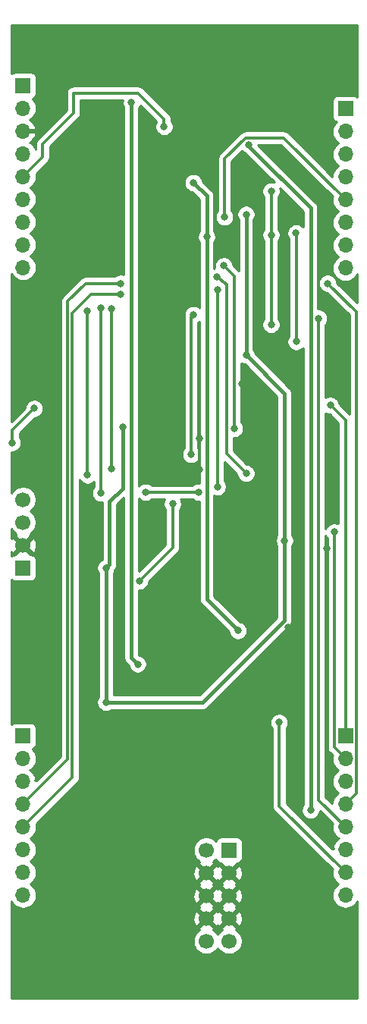
<source format=gbr>
G04 #@! TF.GenerationSoftware,KiCad,Pcbnew,(5.1.4)-1*
G04 #@! TF.CreationDate,2019-11-26T14:30:42+00:00*
G04 #@! TF.ProjectId,MidiMonger,4d696469-4d6f-46e6-9765-722e6b696361,rev?*
G04 #@! TF.SameCoordinates,Original*
G04 #@! TF.FileFunction,Copper,L1,Top*
G04 #@! TF.FilePolarity,Positive*
%FSLAX46Y46*%
G04 Gerber Fmt 4.6, Leading zero omitted, Abs format (unit mm)*
G04 Created by KiCad (PCBNEW (5.1.4)-1) date 2019-11-26 14:30:42*
%MOMM*%
%LPD*%
G04 APERTURE LIST*
%ADD10O,1.700000X1.700000*%
%ADD11R,1.700000X1.700000*%
%ADD12C,1.700000*%
%ADD13C,0.800000*%
%ADD14C,0.300000*%
%ADD15C,0.400000*%
%ADD16C,0.254000*%
G04 APERTURE END LIST*
D10*
X98000000Y-67720000D03*
X98000000Y-65180000D03*
X98000000Y-62640000D03*
X98000000Y-60100000D03*
X98000000Y-57560000D03*
X98000000Y-55020000D03*
X98000000Y-52480000D03*
X98000000Y-49940000D03*
D11*
X98000000Y-47400000D03*
D12*
X98000000Y-93630000D03*
X98000000Y-96170000D03*
X98000000Y-98710000D03*
D11*
X98000000Y-101250000D03*
D10*
X134000000Y-67780000D03*
X134000000Y-65240000D03*
X134000000Y-62700000D03*
X134000000Y-60160000D03*
X134000000Y-57620000D03*
X134000000Y-55080000D03*
X134000000Y-52540000D03*
D11*
X134000000Y-50000000D03*
X98000000Y-120000000D03*
D10*
X98000000Y-122540000D03*
X98000000Y-125080000D03*
X98000000Y-127620000D03*
X98000000Y-130160000D03*
X98000000Y-132700000D03*
X98000000Y-135240000D03*
X98000000Y-137780000D03*
X134000000Y-137780000D03*
X134000000Y-135240000D03*
X134000000Y-132700000D03*
X134000000Y-130160000D03*
X134000000Y-127620000D03*
X134000000Y-125080000D03*
X134000000Y-122540000D03*
D11*
X134000000Y-120000000D03*
X121000000Y-132750000D03*
D12*
X118460000Y-132750000D03*
X121000000Y-135290000D03*
X118460000Y-135290000D03*
X121000000Y-137830000D03*
X118460000Y-137830000D03*
X121000000Y-140370000D03*
X118460000Y-140370000D03*
X121000000Y-142910000D03*
X118460000Y-142910000D03*
D13*
X114000000Y-120900000D03*
X106000000Y-98600000D03*
X127600000Y-107900000D03*
X114700000Y-108300000D03*
X108700000Y-107000000D03*
X112300000Y-87500000D03*
X125000000Y-82000000D03*
X117700000Y-86800000D03*
X115100000Y-72100000D03*
X114300000Y-66300000D03*
X124400000Y-64800000D03*
X124300000Y-72900000D03*
X107000000Y-60000000D03*
X122800000Y-47100000D03*
X120500000Y-63900000D03*
X122400000Y-80700000D03*
X117700000Y-90300000D03*
X119700000Y-93600000D03*
X132200000Y-126300000D03*
X131900000Y-99100000D03*
X112100000Y-100000000D03*
X100100000Y-90100000D03*
X99900000Y-78900000D03*
X132400000Y-76100000D03*
X132700000Y-93700000D03*
X111800000Y-42900000D03*
X101000000Y-45200000D03*
X111800000Y-61000000D03*
X132750000Y-97250000D03*
X132300000Y-83100000D03*
X126600000Y-118500000D03*
X131000000Y-73400000D03*
X108850000Y-70750000D03*
X132000000Y-69500000D03*
X108900000Y-69500000D03*
X120500000Y-62100000D03*
X113750000Y-52000000D03*
X107250000Y-116250000D03*
X107250000Y-101250000D03*
X122900000Y-61800000D03*
X127200000Y-98200000D03*
X109100000Y-85500000D03*
X122900000Y-77500000D03*
X96799999Y-87275001D03*
X99250000Y-83450000D03*
X110100000Y-49300000D03*
X110800000Y-112000000D03*
X122000000Y-108250000D03*
X117000000Y-58250000D03*
X118500010Y-64300010D03*
X130100000Y-128300000D03*
X123200000Y-54000000D03*
X111700000Y-92800000D03*
X117600000Y-92800000D03*
X125700000Y-64100000D03*
X125700000Y-59200000D03*
X125700000Y-74100000D03*
X120419998Y-67525000D03*
X121600000Y-85700000D03*
X128500000Y-76000000D03*
X128473206Y-63873206D03*
X119600000Y-68800000D03*
X122900000Y-90700000D03*
X111000000Y-102700000D03*
X114700000Y-94100000D03*
X119700000Y-70200000D03*
X119700000Y-92200000D03*
X117000000Y-73000000D03*
X116750000Y-88600000D03*
X106700000Y-72200000D03*
X106700000Y-92900000D03*
X105200000Y-90900000D03*
X105200000Y-72600000D03*
X107900000Y-90200000D03*
X107900000Y-72300000D03*
D14*
X117700000Y-86800000D02*
X117700000Y-90300000D01*
X132750000Y-121290000D02*
X132750000Y-97250000D01*
X134000000Y-122540000D02*
X132750000Y-121290000D01*
X134000000Y-84800000D02*
X134000000Y-120000000D01*
X132300000Y-83100000D02*
X134000000Y-84800000D01*
X126600000Y-127840000D02*
X126600000Y-118500000D01*
X134000000Y-135240000D02*
X126600000Y-127840000D01*
X131000000Y-127160000D02*
X134000000Y-130160000D01*
X131000000Y-73400000D02*
X131000000Y-127160000D01*
X103502374Y-124597626D02*
X103502374Y-124657626D01*
X103500010Y-124659990D02*
X98000000Y-130160000D01*
X108850000Y-70750000D02*
X105550000Y-70750000D01*
X105550000Y-70750000D02*
X103500010Y-72799990D01*
X103500010Y-72799990D02*
X103500010Y-124659990D01*
X135200001Y-126419999D02*
X134000000Y-127620000D01*
X132000000Y-69500000D02*
X135200001Y-72649999D01*
X135200001Y-72649999D02*
X135200001Y-126419999D01*
X108900000Y-69500000D02*
X105000000Y-69500000D01*
X105000000Y-69500000D02*
X103000000Y-71500000D01*
X103000000Y-71500000D02*
X103000000Y-122620000D01*
X103000000Y-122620000D02*
X98000000Y-127620000D01*
X127089999Y-53249999D02*
X134000000Y-60160000D01*
X122839999Y-53249999D02*
X127089999Y-53249999D01*
X120500000Y-55589998D02*
X122839999Y-53249999D01*
X120500000Y-62100000D02*
X120500000Y-55589998D01*
X110860001Y-48249999D02*
X103639999Y-48249999D01*
X113750000Y-52000000D02*
X113750000Y-51139998D01*
X113750000Y-51139998D02*
X110860001Y-48249999D01*
X103639999Y-50470003D02*
X100200000Y-53910002D01*
X103639999Y-48249999D02*
X103639999Y-50470003D01*
X100200000Y-55360000D02*
X98000000Y-57560000D01*
X100200000Y-53910002D02*
X100200000Y-55360000D01*
X107250000Y-101250000D02*
X107250000Y-101000000D01*
D15*
X122900000Y-77500000D02*
X122900000Y-61800000D01*
D14*
X107815685Y-116250000D02*
X107250000Y-116250000D01*
D15*
X127200000Y-81800000D02*
X122900000Y-77500000D01*
X127200000Y-98200000D02*
X127200000Y-81800000D01*
X107250000Y-116250000D02*
X107250000Y-101250000D01*
X127200000Y-107115998D02*
X127200000Y-98200000D01*
X118065998Y-116250000D02*
X127200000Y-107115998D01*
X107250000Y-116250000D02*
X118065998Y-116250000D01*
X109100000Y-92400000D02*
X109100000Y-85500000D01*
X107649999Y-93850001D02*
X109100000Y-92400000D01*
X107649999Y-100850001D02*
X107649999Y-93850001D01*
X107250000Y-101250000D02*
X107649999Y-100850001D01*
D14*
X96799999Y-85900001D02*
X96799999Y-87275001D01*
X99250000Y-83450000D02*
X96799999Y-85900001D01*
D15*
X110100000Y-111300000D02*
X110100000Y-49300000D01*
X110800000Y-112000000D02*
X110100000Y-111300000D01*
X122000000Y-108250000D02*
X118500010Y-104750010D01*
X118500010Y-104750010D02*
X118500010Y-64300010D01*
X118500010Y-64300010D02*
X118500010Y-64099990D01*
X118500010Y-59750010D02*
X117000000Y-58250000D01*
X118500010Y-64300010D02*
X118500010Y-59750010D01*
X123200000Y-54200000D02*
X130100000Y-61100000D01*
X130100000Y-61100000D02*
X130100000Y-128300000D01*
D14*
X123200000Y-54000000D02*
X123200000Y-54200000D01*
X111800000Y-92700000D02*
X111700000Y-92800000D01*
X111700000Y-92800000D02*
X117600000Y-92800000D01*
X125700000Y-59200000D02*
X125700000Y-64100000D01*
X125700000Y-64100000D02*
X125700000Y-74100000D01*
X121600000Y-68705002D02*
X120419998Y-67525000D01*
X121600000Y-85700000D02*
X121600000Y-68705002D01*
X128500000Y-63900000D02*
X128473206Y-63873206D01*
X128500000Y-76000000D02*
X128500000Y-63900000D01*
X120700000Y-88500000D02*
X122900000Y-90700000D01*
X119600000Y-68800000D02*
X120700000Y-69649999D01*
X120700000Y-69649999D02*
X120700000Y-88500000D01*
X111000000Y-102700000D02*
X114700000Y-99000000D01*
X114700000Y-99000000D02*
X114700000Y-94100000D01*
X119700000Y-92200000D02*
X119700000Y-70200000D01*
X116750000Y-73250000D02*
X117000000Y-73000000D01*
X116750000Y-88600000D02*
X116750000Y-73250000D01*
X106700000Y-72200000D02*
X106700000Y-92900000D01*
X105200000Y-90900000D02*
X105200000Y-72600000D01*
X107900000Y-90200000D02*
X107900000Y-72300000D01*
D16*
G36*
X135315000Y-48715649D02*
G01*
X135301185Y-48698815D01*
X135204494Y-48619463D01*
X135094180Y-48560498D01*
X134974482Y-48524188D01*
X134850000Y-48511928D01*
X133150000Y-48511928D01*
X133025518Y-48524188D01*
X132905820Y-48560498D01*
X132795506Y-48619463D01*
X132698815Y-48698815D01*
X132619463Y-48795506D01*
X132560498Y-48905820D01*
X132524188Y-49025518D01*
X132511928Y-49150000D01*
X132511928Y-50850000D01*
X132524188Y-50974482D01*
X132560498Y-51094180D01*
X132619463Y-51204494D01*
X132698815Y-51301185D01*
X132795506Y-51380537D01*
X132905820Y-51439502D01*
X132974687Y-51460393D01*
X132944866Y-51484866D01*
X132759294Y-51710986D01*
X132621401Y-51968966D01*
X132536487Y-52248889D01*
X132507815Y-52540000D01*
X132536487Y-52831111D01*
X132621401Y-53111034D01*
X132759294Y-53369014D01*
X132944866Y-53595134D01*
X133170986Y-53780706D01*
X133225791Y-53810000D01*
X133170986Y-53839294D01*
X132944866Y-54024866D01*
X132759294Y-54250986D01*
X132621401Y-54508966D01*
X132536487Y-54788889D01*
X132507815Y-55080000D01*
X132536487Y-55371111D01*
X132621401Y-55651034D01*
X132759294Y-55909014D01*
X132944866Y-56135134D01*
X133170986Y-56320706D01*
X133225791Y-56350000D01*
X133170986Y-56379294D01*
X132944866Y-56564866D01*
X132759294Y-56790986D01*
X132621401Y-57048966D01*
X132536487Y-57328889D01*
X132513405Y-57563247D01*
X127672346Y-52722189D01*
X127647763Y-52692235D01*
X127528232Y-52594137D01*
X127391859Y-52521245D01*
X127243886Y-52476358D01*
X127128560Y-52464999D01*
X127128552Y-52464999D01*
X127089999Y-52461202D01*
X127051446Y-52464999D01*
X122878551Y-52464999D01*
X122839998Y-52461202D01*
X122801445Y-52464999D01*
X122801438Y-52464999D01*
X122700489Y-52474942D01*
X122686111Y-52476358D01*
X122651671Y-52486805D01*
X122538139Y-52521245D01*
X122401766Y-52594137D01*
X122341558Y-52643549D01*
X122312186Y-52667654D01*
X122312183Y-52667657D01*
X122282235Y-52692235D01*
X122257657Y-52722183D01*
X119972185Y-55007656D01*
X119942237Y-55032234D01*
X119917659Y-55062182D01*
X119917655Y-55062186D01*
X119903036Y-55080000D01*
X119844139Y-55151765D01*
X119815090Y-55206113D01*
X119771246Y-55288139D01*
X119726359Y-55436112D01*
X119711203Y-55589998D01*
X119715001Y-55628561D01*
X119715000Y-61421289D01*
X119696063Y-61440226D01*
X119582795Y-61609744D01*
X119504774Y-61798102D01*
X119465000Y-61998061D01*
X119465000Y-62201939D01*
X119504774Y-62401898D01*
X119582795Y-62590256D01*
X119696063Y-62759774D01*
X119840226Y-62903937D01*
X120009744Y-63017205D01*
X120198102Y-63095226D01*
X120398061Y-63135000D01*
X120601939Y-63135000D01*
X120801898Y-63095226D01*
X120990256Y-63017205D01*
X121159774Y-62903937D01*
X121303937Y-62759774D01*
X121417205Y-62590256D01*
X121495226Y-62401898D01*
X121535000Y-62201939D01*
X121535000Y-61998061D01*
X121495226Y-61798102D01*
X121417205Y-61609744D01*
X121303937Y-61440226D01*
X121285000Y-61421289D01*
X121285000Y-55915155D01*
X122468222Y-54731933D01*
X122540226Y-54803937D01*
X122709744Y-54917205D01*
X122755143Y-54936010D01*
X126039468Y-58220336D01*
X126001898Y-58204774D01*
X125801939Y-58165000D01*
X125598061Y-58165000D01*
X125398102Y-58204774D01*
X125209744Y-58282795D01*
X125040226Y-58396063D01*
X124896063Y-58540226D01*
X124782795Y-58709744D01*
X124704774Y-58898102D01*
X124665000Y-59098061D01*
X124665000Y-59301939D01*
X124704774Y-59501898D01*
X124782795Y-59690256D01*
X124896063Y-59859774D01*
X124915000Y-59878711D01*
X124915001Y-63421288D01*
X124896063Y-63440226D01*
X124782795Y-63609744D01*
X124704774Y-63798102D01*
X124665000Y-63998061D01*
X124665000Y-64201939D01*
X124704774Y-64401898D01*
X124782795Y-64590256D01*
X124896063Y-64759774D01*
X124915000Y-64778711D01*
X124915001Y-73421288D01*
X124896063Y-73440226D01*
X124782795Y-73609744D01*
X124704774Y-73798102D01*
X124665000Y-73998061D01*
X124665000Y-74201939D01*
X124704774Y-74401898D01*
X124782795Y-74590256D01*
X124896063Y-74759774D01*
X125040226Y-74903937D01*
X125209744Y-75017205D01*
X125398102Y-75095226D01*
X125598061Y-75135000D01*
X125801939Y-75135000D01*
X126001898Y-75095226D01*
X126190256Y-75017205D01*
X126359774Y-74903937D01*
X126503937Y-74759774D01*
X126617205Y-74590256D01*
X126695226Y-74401898D01*
X126735000Y-74201939D01*
X126735000Y-73998061D01*
X126695226Y-73798102D01*
X126617205Y-73609744D01*
X126503937Y-73440226D01*
X126485000Y-73421289D01*
X126485000Y-64778711D01*
X126503937Y-64759774D01*
X126617205Y-64590256D01*
X126695226Y-64401898D01*
X126735000Y-64201939D01*
X126735000Y-63998061D01*
X126695226Y-63798102D01*
X126617205Y-63609744D01*
X126503937Y-63440226D01*
X126485000Y-63421289D01*
X126485000Y-59878711D01*
X126503937Y-59859774D01*
X126617205Y-59690256D01*
X126695226Y-59501898D01*
X126735000Y-59301939D01*
X126735000Y-59098061D01*
X126695226Y-58898102D01*
X126679664Y-58860532D01*
X129265000Y-61445869D01*
X129265000Y-63201289D01*
X129132980Y-63069269D01*
X128963462Y-62956001D01*
X128775104Y-62877980D01*
X128575145Y-62838206D01*
X128371267Y-62838206D01*
X128171308Y-62877980D01*
X127982950Y-62956001D01*
X127813432Y-63069269D01*
X127669269Y-63213432D01*
X127556001Y-63382950D01*
X127477980Y-63571308D01*
X127438206Y-63771267D01*
X127438206Y-63975145D01*
X127477980Y-64175104D01*
X127556001Y-64363462D01*
X127669269Y-64532980D01*
X127715001Y-64578712D01*
X127715000Y-75321289D01*
X127696063Y-75340226D01*
X127582795Y-75509744D01*
X127504774Y-75698102D01*
X127465000Y-75898061D01*
X127465000Y-76101939D01*
X127504774Y-76301898D01*
X127582795Y-76490256D01*
X127696063Y-76659774D01*
X127840226Y-76803937D01*
X128009744Y-76917205D01*
X128198102Y-76995226D01*
X128398061Y-77035000D01*
X128601939Y-77035000D01*
X128801898Y-76995226D01*
X128990256Y-76917205D01*
X129159774Y-76803937D01*
X129265000Y-76698711D01*
X129265001Y-127686714D01*
X129182795Y-127809744D01*
X129104774Y-127998102D01*
X129065000Y-128198061D01*
X129065000Y-128401939D01*
X129104774Y-128601898D01*
X129182795Y-128790256D01*
X129296063Y-128959774D01*
X129440226Y-129103937D01*
X129609744Y-129217205D01*
X129798102Y-129295226D01*
X129998061Y-129335000D01*
X130201939Y-129335000D01*
X130401898Y-129295226D01*
X130590256Y-129217205D01*
X130759774Y-129103937D01*
X130903937Y-128959774D01*
X131017205Y-128790256D01*
X131095226Y-128601898D01*
X131134466Y-128404623D01*
X132550974Y-129821131D01*
X132536487Y-129868889D01*
X132507815Y-130160000D01*
X132536487Y-130451111D01*
X132621401Y-130731034D01*
X132759294Y-130989014D01*
X132944866Y-131215134D01*
X133170986Y-131400706D01*
X133235523Y-131435201D01*
X133118645Y-131504822D01*
X132902412Y-131699731D01*
X132728359Y-131933080D01*
X132603175Y-132195901D01*
X132558524Y-132343110D01*
X132679844Y-132572998D01*
X132515000Y-132572998D01*
X132515000Y-132644842D01*
X127385000Y-127514843D01*
X127385000Y-119178711D01*
X127403937Y-119159774D01*
X127517205Y-118990256D01*
X127595226Y-118801898D01*
X127635000Y-118601939D01*
X127635000Y-118398061D01*
X127595226Y-118198102D01*
X127517205Y-118009744D01*
X127403937Y-117840226D01*
X127259774Y-117696063D01*
X127090256Y-117582795D01*
X126901898Y-117504774D01*
X126701939Y-117465000D01*
X126498061Y-117465000D01*
X126298102Y-117504774D01*
X126109744Y-117582795D01*
X125940226Y-117696063D01*
X125796063Y-117840226D01*
X125682795Y-118009744D01*
X125604774Y-118198102D01*
X125565000Y-118398061D01*
X125565000Y-118601939D01*
X125604774Y-118801898D01*
X125682795Y-118990256D01*
X125796063Y-119159774D01*
X125815001Y-119178712D01*
X125815000Y-127801447D01*
X125811203Y-127840000D01*
X125815000Y-127878553D01*
X125815000Y-127878560D01*
X125826359Y-127993886D01*
X125871246Y-128141859D01*
X125944138Y-128278232D01*
X126042236Y-128397764D01*
X126072190Y-128422347D01*
X132550974Y-134901132D01*
X132536487Y-134948889D01*
X132507815Y-135240000D01*
X132536487Y-135531111D01*
X132621401Y-135811034D01*
X132759294Y-136069014D01*
X132944866Y-136295134D01*
X133170986Y-136480706D01*
X133225791Y-136510000D01*
X133170986Y-136539294D01*
X132944866Y-136724866D01*
X132759294Y-136950986D01*
X132621401Y-137208966D01*
X132536487Y-137488889D01*
X132507815Y-137780000D01*
X132536487Y-138071111D01*
X132621401Y-138351034D01*
X132759294Y-138609014D01*
X132944866Y-138835134D01*
X133170986Y-139020706D01*
X133428966Y-139158599D01*
X133708889Y-139243513D01*
X133927050Y-139265000D01*
X134072950Y-139265000D01*
X134291111Y-139243513D01*
X134571034Y-139158599D01*
X134829014Y-139020706D01*
X135055134Y-138835134D01*
X135240706Y-138609014D01*
X135315001Y-138470018D01*
X135315001Y-149315000D01*
X96685000Y-149315000D01*
X96685000Y-142763740D01*
X116975000Y-142763740D01*
X116975000Y-143056260D01*
X117032068Y-143343158D01*
X117144010Y-143613411D01*
X117306525Y-143856632D01*
X117513368Y-144063475D01*
X117756589Y-144225990D01*
X118026842Y-144337932D01*
X118313740Y-144395000D01*
X118606260Y-144395000D01*
X118893158Y-144337932D01*
X119163411Y-144225990D01*
X119406632Y-144063475D01*
X119613475Y-143856632D01*
X119730000Y-143682240D01*
X119846525Y-143856632D01*
X120053368Y-144063475D01*
X120296589Y-144225990D01*
X120566842Y-144337932D01*
X120853740Y-144395000D01*
X121146260Y-144395000D01*
X121433158Y-144337932D01*
X121703411Y-144225990D01*
X121946632Y-144063475D01*
X122153475Y-143856632D01*
X122315990Y-143613411D01*
X122427932Y-143343158D01*
X122485000Y-143056260D01*
X122485000Y-142763740D01*
X122427932Y-142476842D01*
X122315990Y-142206589D01*
X122153475Y-141963368D01*
X121946632Y-141756525D01*
X121773271Y-141640689D01*
X121848792Y-141398397D01*
X121000000Y-140549605D01*
X120151208Y-141398397D01*
X120226729Y-141640689D01*
X120053368Y-141756525D01*
X119846525Y-141963368D01*
X119730000Y-142137760D01*
X119613475Y-141963368D01*
X119406632Y-141756525D01*
X119233271Y-141640689D01*
X119308792Y-141398397D01*
X118460000Y-140549605D01*
X117611208Y-141398397D01*
X117686729Y-141640689D01*
X117513368Y-141756525D01*
X117306525Y-141963368D01*
X117144010Y-142206589D01*
X117032068Y-142476842D01*
X116975000Y-142763740D01*
X96685000Y-142763740D01*
X96685000Y-140438531D01*
X116969389Y-140438531D01*
X117011401Y-140728019D01*
X117109081Y-141003747D01*
X117182528Y-141141157D01*
X117431603Y-141218792D01*
X118280395Y-140370000D01*
X118639605Y-140370000D01*
X119488397Y-141218792D01*
X119730000Y-141143486D01*
X119971603Y-141218792D01*
X120820395Y-140370000D01*
X121179605Y-140370000D01*
X122028397Y-141218792D01*
X122277472Y-141141157D01*
X122403371Y-140877117D01*
X122475339Y-140593589D01*
X122490611Y-140301469D01*
X122448599Y-140011981D01*
X122350919Y-139736253D01*
X122277472Y-139598843D01*
X122028397Y-139521208D01*
X121179605Y-140370000D01*
X120820395Y-140370000D01*
X119971603Y-139521208D01*
X119730000Y-139596514D01*
X119488397Y-139521208D01*
X118639605Y-140370000D01*
X118280395Y-140370000D01*
X117431603Y-139521208D01*
X117182528Y-139598843D01*
X117056629Y-139862883D01*
X116984661Y-140146411D01*
X116969389Y-140438531D01*
X96685000Y-140438531D01*
X96685000Y-138470020D01*
X96759294Y-138609014D01*
X96944866Y-138835134D01*
X97170986Y-139020706D01*
X97428966Y-139158599D01*
X97708889Y-139243513D01*
X97927050Y-139265000D01*
X98072950Y-139265000D01*
X98291111Y-139243513D01*
X98571034Y-139158599D01*
X98829014Y-139020706D01*
X99026787Y-138858397D01*
X117611208Y-138858397D01*
X117686514Y-139100000D01*
X117611208Y-139341603D01*
X118460000Y-140190395D01*
X119308792Y-139341603D01*
X119233486Y-139100000D01*
X119308792Y-138858397D01*
X120151208Y-138858397D01*
X120226514Y-139100000D01*
X120151208Y-139341603D01*
X121000000Y-140190395D01*
X121848792Y-139341603D01*
X121773486Y-139100000D01*
X121848792Y-138858397D01*
X121000000Y-138009605D01*
X120151208Y-138858397D01*
X119308792Y-138858397D01*
X118460000Y-138009605D01*
X117611208Y-138858397D01*
X99026787Y-138858397D01*
X99055134Y-138835134D01*
X99240706Y-138609014D01*
X99378599Y-138351034D01*
X99463513Y-138071111D01*
X99480510Y-137898531D01*
X116969389Y-137898531D01*
X117011401Y-138188019D01*
X117109081Y-138463747D01*
X117182528Y-138601157D01*
X117431603Y-138678792D01*
X118280395Y-137830000D01*
X118639605Y-137830000D01*
X119488397Y-138678792D01*
X119730000Y-138603486D01*
X119971603Y-138678792D01*
X120820395Y-137830000D01*
X121179605Y-137830000D01*
X122028397Y-138678792D01*
X122277472Y-138601157D01*
X122403371Y-138337117D01*
X122475339Y-138053589D01*
X122490611Y-137761469D01*
X122448599Y-137471981D01*
X122350919Y-137196253D01*
X122277472Y-137058843D01*
X122028397Y-136981208D01*
X121179605Y-137830000D01*
X120820395Y-137830000D01*
X119971603Y-136981208D01*
X119730000Y-137056514D01*
X119488397Y-136981208D01*
X118639605Y-137830000D01*
X118280395Y-137830000D01*
X117431603Y-136981208D01*
X117182528Y-137058843D01*
X117056629Y-137322883D01*
X116984661Y-137606411D01*
X116969389Y-137898531D01*
X99480510Y-137898531D01*
X99492185Y-137780000D01*
X99463513Y-137488889D01*
X99378599Y-137208966D01*
X99240706Y-136950986D01*
X99055134Y-136724866D01*
X98829014Y-136539294D01*
X98774209Y-136510000D01*
X98829014Y-136480706D01*
X99026787Y-136318397D01*
X117611208Y-136318397D01*
X117686514Y-136560000D01*
X117611208Y-136801603D01*
X118460000Y-137650395D01*
X119308792Y-136801603D01*
X119233486Y-136560000D01*
X119308792Y-136318397D01*
X120151208Y-136318397D01*
X120226514Y-136560000D01*
X120151208Y-136801603D01*
X121000000Y-137650395D01*
X121848792Y-136801603D01*
X121773486Y-136560000D01*
X121848792Y-136318397D01*
X121000000Y-135469605D01*
X120151208Y-136318397D01*
X119308792Y-136318397D01*
X118460000Y-135469605D01*
X117611208Y-136318397D01*
X99026787Y-136318397D01*
X99055134Y-136295134D01*
X99240706Y-136069014D01*
X99378599Y-135811034D01*
X99463513Y-135531111D01*
X99480510Y-135358531D01*
X116969389Y-135358531D01*
X117011401Y-135648019D01*
X117109081Y-135923747D01*
X117182528Y-136061157D01*
X117431603Y-136138792D01*
X118280395Y-135290000D01*
X118639605Y-135290000D01*
X119488397Y-136138792D01*
X119730000Y-136063486D01*
X119971603Y-136138792D01*
X120820395Y-135290000D01*
X121179605Y-135290000D01*
X122028397Y-136138792D01*
X122277472Y-136061157D01*
X122403371Y-135797117D01*
X122475339Y-135513589D01*
X122490611Y-135221469D01*
X122448599Y-134931981D01*
X122350919Y-134656253D01*
X122277472Y-134518843D01*
X122028397Y-134441208D01*
X121179605Y-135290000D01*
X120820395Y-135290000D01*
X119971603Y-134441208D01*
X119730000Y-134516514D01*
X119488397Y-134441208D01*
X118639605Y-135290000D01*
X118280395Y-135290000D01*
X117431603Y-134441208D01*
X117182528Y-134518843D01*
X117056629Y-134782883D01*
X116984661Y-135066411D01*
X116969389Y-135358531D01*
X99480510Y-135358531D01*
X99492185Y-135240000D01*
X99463513Y-134948889D01*
X99378599Y-134668966D01*
X99240706Y-134410986D01*
X99055134Y-134184866D01*
X98829014Y-133999294D01*
X98774209Y-133970000D01*
X98829014Y-133940706D01*
X99055134Y-133755134D01*
X99240706Y-133529014D01*
X99378599Y-133271034D01*
X99463513Y-132991111D01*
X99492185Y-132700000D01*
X99482705Y-132603740D01*
X116975000Y-132603740D01*
X116975000Y-132896260D01*
X117032068Y-133183158D01*
X117144010Y-133453411D01*
X117306525Y-133696632D01*
X117513368Y-133903475D01*
X117686729Y-134019311D01*
X117611208Y-134261603D01*
X118460000Y-135110395D01*
X119308792Y-134261603D01*
X119233271Y-134019311D01*
X119406632Y-133903475D01*
X119538487Y-133771620D01*
X119560498Y-133844180D01*
X119619463Y-133954494D01*
X119698815Y-134051185D01*
X119795506Y-134130537D01*
X119905820Y-134189502D01*
X120025518Y-134225812D01*
X120150000Y-134238072D01*
X120158542Y-134238072D01*
X120151208Y-134261603D01*
X121000000Y-135110395D01*
X121848792Y-134261603D01*
X121841458Y-134238072D01*
X121850000Y-134238072D01*
X121974482Y-134225812D01*
X122094180Y-134189502D01*
X122204494Y-134130537D01*
X122301185Y-134051185D01*
X122380537Y-133954494D01*
X122439502Y-133844180D01*
X122475812Y-133724482D01*
X122488072Y-133600000D01*
X122488072Y-131900000D01*
X122475812Y-131775518D01*
X122439502Y-131655820D01*
X122380537Y-131545506D01*
X122301185Y-131448815D01*
X122204494Y-131369463D01*
X122094180Y-131310498D01*
X121974482Y-131274188D01*
X121850000Y-131261928D01*
X120150000Y-131261928D01*
X120025518Y-131274188D01*
X119905820Y-131310498D01*
X119795506Y-131369463D01*
X119698815Y-131448815D01*
X119619463Y-131545506D01*
X119560498Y-131655820D01*
X119538487Y-131728380D01*
X119406632Y-131596525D01*
X119163411Y-131434010D01*
X118893158Y-131322068D01*
X118606260Y-131265000D01*
X118313740Y-131265000D01*
X118026842Y-131322068D01*
X117756589Y-131434010D01*
X117513368Y-131596525D01*
X117306525Y-131803368D01*
X117144010Y-132046589D01*
X117032068Y-132316842D01*
X116975000Y-132603740D01*
X99482705Y-132603740D01*
X99463513Y-132408889D01*
X99378599Y-132128966D01*
X99240706Y-131870986D01*
X99055134Y-131644866D01*
X98829014Y-131459294D01*
X98774209Y-131430000D01*
X98829014Y-131400706D01*
X99055134Y-131215134D01*
X99240706Y-130989014D01*
X99378599Y-130731034D01*
X99463513Y-130451111D01*
X99492185Y-130160000D01*
X99463513Y-129868889D01*
X99449026Y-129821131D01*
X104027820Y-125242337D01*
X104057774Y-125217754D01*
X104058840Y-125216456D01*
X104060138Y-125215390D01*
X104158236Y-125095858D01*
X104231128Y-124959485D01*
X104276015Y-124811512D01*
X104287374Y-124696186D01*
X104287374Y-124674541D01*
X104288807Y-124659990D01*
X104287374Y-124645439D01*
X104287374Y-124559065D01*
X104285010Y-124535064D01*
X104285010Y-91393571D01*
X104396063Y-91559774D01*
X104540226Y-91703937D01*
X104709744Y-91817205D01*
X104898102Y-91895226D01*
X105098061Y-91935000D01*
X105301939Y-91935000D01*
X105501898Y-91895226D01*
X105690256Y-91817205D01*
X105859774Y-91703937D01*
X105915001Y-91648710D01*
X105915001Y-92221288D01*
X105896063Y-92240226D01*
X105782795Y-92409744D01*
X105704774Y-92598102D01*
X105665000Y-92798061D01*
X105665000Y-93001939D01*
X105704774Y-93201898D01*
X105782795Y-93390256D01*
X105896063Y-93559774D01*
X106040226Y-93703937D01*
X106209744Y-93817205D01*
X106398102Y-93895226D01*
X106598061Y-93935000D01*
X106801939Y-93935000D01*
X106815000Y-93932402D01*
X106814999Y-100309907D01*
X106759744Y-100332795D01*
X106590226Y-100446063D01*
X106446063Y-100590226D01*
X106332795Y-100759744D01*
X106254774Y-100948102D01*
X106215000Y-101148061D01*
X106215000Y-101351939D01*
X106254774Y-101551898D01*
X106332795Y-101740256D01*
X106415001Y-101863286D01*
X106415000Y-115636715D01*
X106332795Y-115759744D01*
X106254774Y-115948102D01*
X106215000Y-116148061D01*
X106215000Y-116351939D01*
X106254774Y-116551898D01*
X106332795Y-116740256D01*
X106446063Y-116909774D01*
X106590226Y-117053937D01*
X106759744Y-117167205D01*
X106948102Y-117245226D01*
X107148061Y-117285000D01*
X107351939Y-117285000D01*
X107551898Y-117245226D01*
X107740256Y-117167205D01*
X107863285Y-117085000D01*
X118024980Y-117085000D01*
X118065998Y-117089040D01*
X118107016Y-117085000D01*
X118107017Y-117085000D01*
X118229687Y-117072918D01*
X118387085Y-117025172D01*
X118532144Y-116947636D01*
X118659289Y-116843291D01*
X118685444Y-116811421D01*
X127761433Y-107735434D01*
X127793291Y-107709289D01*
X127897636Y-107582144D01*
X127975172Y-107437085D01*
X128022918Y-107279687D01*
X128035000Y-107157017D01*
X128035000Y-107157016D01*
X128039040Y-107115998D01*
X128035000Y-107074980D01*
X128035000Y-98813285D01*
X128117205Y-98690256D01*
X128195226Y-98501898D01*
X128235000Y-98301939D01*
X128235000Y-98098061D01*
X128195226Y-97898102D01*
X128117205Y-97709744D01*
X128035000Y-97586715D01*
X128035000Y-81841007D01*
X128039039Y-81799999D01*
X128035000Y-81758991D01*
X128035000Y-81758981D01*
X128022918Y-81636311D01*
X127975172Y-81478913D01*
X127897636Y-81333854D01*
X127793291Y-81206709D01*
X127761427Y-81180559D01*
X123924093Y-77343226D01*
X123895226Y-77198102D01*
X123817205Y-77009744D01*
X123735000Y-76886715D01*
X123735000Y-62413285D01*
X123817205Y-62290256D01*
X123895226Y-62101898D01*
X123935000Y-61901939D01*
X123935000Y-61698061D01*
X123895226Y-61498102D01*
X123817205Y-61309744D01*
X123703937Y-61140226D01*
X123559774Y-60996063D01*
X123390256Y-60882795D01*
X123201898Y-60804774D01*
X123001939Y-60765000D01*
X122798061Y-60765000D01*
X122598102Y-60804774D01*
X122409744Y-60882795D01*
X122240226Y-60996063D01*
X122096063Y-61140226D01*
X121982795Y-61309744D01*
X121904774Y-61498102D01*
X121865000Y-61698061D01*
X121865000Y-61901939D01*
X121904774Y-62101898D01*
X121982795Y-62290256D01*
X122065001Y-62413286D01*
X122065001Y-68059846D01*
X121454998Y-67449843D01*
X121454998Y-67423061D01*
X121415224Y-67223102D01*
X121337203Y-67034744D01*
X121223935Y-66865226D01*
X121079772Y-66721063D01*
X120910254Y-66607795D01*
X120721896Y-66529774D01*
X120521937Y-66490000D01*
X120318059Y-66490000D01*
X120118100Y-66529774D01*
X119929742Y-66607795D01*
X119760224Y-66721063D01*
X119616061Y-66865226D01*
X119502793Y-67034744D01*
X119424772Y-67223102D01*
X119384998Y-67423061D01*
X119384998Y-67626939D01*
X119415718Y-67781379D01*
X119335010Y-67797433D01*
X119335010Y-64913295D01*
X119417215Y-64790266D01*
X119495236Y-64601908D01*
X119535010Y-64401949D01*
X119535010Y-64198071D01*
X119495236Y-63998112D01*
X119417215Y-63809754D01*
X119335010Y-63686725D01*
X119335010Y-59791017D01*
X119339049Y-59750009D01*
X119335010Y-59709001D01*
X119335010Y-59708991D01*
X119322928Y-59586321D01*
X119275182Y-59428923D01*
X119197646Y-59283864D01*
X119093301Y-59156719D01*
X119061436Y-59130569D01*
X118024093Y-58093225D01*
X117995226Y-57948102D01*
X117917205Y-57759744D01*
X117803937Y-57590226D01*
X117659774Y-57446063D01*
X117490256Y-57332795D01*
X117301898Y-57254774D01*
X117101939Y-57215000D01*
X116898061Y-57215000D01*
X116698102Y-57254774D01*
X116509744Y-57332795D01*
X116340226Y-57446063D01*
X116196063Y-57590226D01*
X116082795Y-57759744D01*
X116004774Y-57948102D01*
X115965000Y-58148061D01*
X115965000Y-58351939D01*
X116004774Y-58551898D01*
X116082795Y-58740256D01*
X116196063Y-58909774D01*
X116340226Y-59053937D01*
X116509744Y-59167205D01*
X116698102Y-59245226D01*
X116843225Y-59274093D01*
X117665011Y-60095879D01*
X117665010Y-63686725D01*
X117582805Y-63809754D01*
X117504784Y-63998112D01*
X117465010Y-64198071D01*
X117465010Y-64401949D01*
X117504784Y-64601908D01*
X117582805Y-64790266D01*
X117665011Y-64913296D01*
X117665011Y-72201300D01*
X117659774Y-72196063D01*
X117490256Y-72082795D01*
X117301898Y-72004774D01*
X117101939Y-71965000D01*
X116898061Y-71965000D01*
X116698102Y-72004774D01*
X116509744Y-72082795D01*
X116340226Y-72196063D01*
X116196063Y-72340226D01*
X116082795Y-72509744D01*
X116004774Y-72698102D01*
X115965000Y-72898061D01*
X115965000Y-73101939D01*
X115972214Y-73138204D01*
X115961203Y-73250000D01*
X115965001Y-73288563D01*
X115965000Y-87921289D01*
X115946063Y-87940226D01*
X115832795Y-88109744D01*
X115754774Y-88298102D01*
X115715000Y-88498061D01*
X115715000Y-88701939D01*
X115754774Y-88901898D01*
X115832795Y-89090256D01*
X115946063Y-89259774D01*
X116090226Y-89403937D01*
X116259744Y-89517205D01*
X116448102Y-89595226D01*
X116648061Y-89635000D01*
X116851939Y-89635000D01*
X117051898Y-89595226D01*
X117240256Y-89517205D01*
X117409774Y-89403937D01*
X117553937Y-89259774D01*
X117665010Y-89093540D01*
X117665010Y-91765000D01*
X117498061Y-91765000D01*
X117298102Y-91804774D01*
X117109744Y-91882795D01*
X116940226Y-91996063D01*
X116921289Y-92015000D01*
X112378711Y-92015000D01*
X112359774Y-91996063D01*
X112190256Y-91882795D01*
X112001898Y-91804774D01*
X111801939Y-91765000D01*
X111598061Y-91765000D01*
X111398102Y-91804774D01*
X111209744Y-91882795D01*
X111040226Y-91996063D01*
X110935000Y-92101289D01*
X110935000Y-49913285D01*
X111017205Y-49790256D01*
X111095226Y-49601898D01*
X111096307Y-49596462D01*
X112903609Y-51403764D01*
X112832795Y-51509744D01*
X112754774Y-51698102D01*
X112715000Y-51898061D01*
X112715000Y-52101939D01*
X112754774Y-52301898D01*
X112832795Y-52490256D01*
X112946063Y-52659774D01*
X113090226Y-52803937D01*
X113259744Y-52917205D01*
X113448102Y-52995226D01*
X113648061Y-53035000D01*
X113851939Y-53035000D01*
X114051898Y-52995226D01*
X114240256Y-52917205D01*
X114409774Y-52803937D01*
X114553937Y-52659774D01*
X114667205Y-52490256D01*
X114745226Y-52301898D01*
X114785000Y-52101939D01*
X114785000Y-51898061D01*
X114745226Y-51698102D01*
X114667205Y-51509744D01*
X114553937Y-51340226D01*
X114535000Y-51321289D01*
X114535000Y-51178554D01*
X114538797Y-51139998D01*
X114535000Y-51101442D01*
X114535000Y-51101437D01*
X114527744Y-51027767D01*
X114523642Y-50986111D01*
X114478754Y-50838138D01*
X114405862Y-50701765D01*
X114307764Y-50582234D01*
X114277810Y-50557651D01*
X111442348Y-47722189D01*
X111417765Y-47692235D01*
X111298234Y-47594137D01*
X111161861Y-47521245D01*
X111013888Y-47476358D01*
X110898562Y-47464999D01*
X110898554Y-47464999D01*
X110860001Y-47461202D01*
X110821448Y-47464999D01*
X103678559Y-47464999D01*
X103639999Y-47461201D01*
X103601438Y-47464999D01*
X103486112Y-47476358D01*
X103338139Y-47521245D01*
X103201766Y-47594137D01*
X103082235Y-47692235D01*
X102984137Y-47811766D01*
X102911245Y-47948139D01*
X102866358Y-48096112D01*
X102851201Y-48249999D01*
X102854999Y-48288560D01*
X102855000Y-50144844D01*
X99672190Y-53327655D01*
X99642236Y-53352238D01*
X99544138Y-53471770D01*
X99471246Y-53608143D01*
X99426359Y-53756116D01*
X99415000Y-53871442D01*
X99415000Y-53871449D01*
X99411203Y-53910002D01*
X99415000Y-53948555D01*
X99415000Y-54568965D01*
X99378599Y-54448966D01*
X99240706Y-54190986D01*
X99055134Y-53964866D01*
X98829014Y-53779294D01*
X98764477Y-53744799D01*
X98881355Y-53675178D01*
X99097588Y-53480269D01*
X99271641Y-53246920D01*
X99396825Y-52984099D01*
X99441476Y-52836890D01*
X99320155Y-52607000D01*
X98127000Y-52607000D01*
X98127000Y-52627000D01*
X97873000Y-52627000D01*
X97873000Y-52607000D01*
X97853000Y-52607000D01*
X97853000Y-52353000D01*
X97873000Y-52353000D01*
X97873000Y-52333000D01*
X98127000Y-52333000D01*
X98127000Y-52353000D01*
X99320155Y-52353000D01*
X99441476Y-52123110D01*
X99396825Y-51975901D01*
X99271641Y-51713080D01*
X99097588Y-51479731D01*
X98881355Y-51284822D01*
X98764477Y-51215201D01*
X98829014Y-51180706D01*
X99055134Y-50995134D01*
X99240706Y-50769014D01*
X99378599Y-50511034D01*
X99463513Y-50231111D01*
X99492185Y-49940000D01*
X99463513Y-49648889D01*
X99378599Y-49368966D01*
X99240706Y-49110986D01*
X99055134Y-48884866D01*
X99025313Y-48860393D01*
X99094180Y-48839502D01*
X99204494Y-48780537D01*
X99301185Y-48701185D01*
X99380537Y-48604494D01*
X99439502Y-48494180D01*
X99475812Y-48374482D01*
X99488072Y-48250000D01*
X99488072Y-46550000D01*
X99475812Y-46425518D01*
X99439502Y-46305820D01*
X99380537Y-46195506D01*
X99301185Y-46098815D01*
X99204494Y-46019463D01*
X99094180Y-45960498D01*
X98974482Y-45924188D01*
X98850000Y-45911928D01*
X97150000Y-45911928D01*
X97025518Y-45924188D01*
X96905820Y-45960498D01*
X96795506Y-46019463D01*
X96698815Y-46098815D01*
X96685000Y-46115649D01*
X96685000Y-40685000D01*
X135315000Y-40685000D01*
X135315000Y-48715649D01*
X135315000Y-48715649D01*
G37*
X135315000Y-48715649D02*
X135301185Y-48698815D01*
X135204494Y-48619463D01*
X135094180Y-48560498D01*
X134974482Y-48524188D01*
X134850000Y-48511928D01*
X133150000Y-48511928D01*
X133025518Y-48524188D01*
X132905820Y-48560498D01*
X132795506Y-48619463D01*
X132698815Y-48698815D01*
X132619463Y-48795506D01*
X132560498Y-48905820D01*
X132524188Y-49025518D01*
X132511928Y-49150000D01*
X132511928Y-50850000D01*
X132524188Y-50974482D01*
X132560498Y-51094180D01*
X132619463Y-51204494D01*
X132698815Y-51301185D01*
X132795506Y-51380537D01*
X132905820Y-51439502D01*
X132974687Y-51460393D01*
X132944866Y-51484866D01*
X132759294Y-51710986D01*
X132621401Y-51968966D01*
X132536487Y-52248889D01*
X132507815Y-52540000D01*
X132536487Y-52831111D01*
X132621401Y-53111034D01*
X132759294Y-53369014D01*
X132944866Y-53595134D01*
X133170986Y-53780706D01*
X133225791Y-53810000D01*
X133170986Y-53839294D01*
X132944866Y-54024866D01*
X132759294Y-54250986D01*
X132621401Y-54508966D01*
X132536487Y-54788889D01*
X132507815Y-55080000D01*
X132536487Y-55371111D01*
X132621401Y-55651034D01*
X132759294Y-55909014D01*
X132944866Y-56135134D01*
X133170986Y-56320706D01*
X133225791Y-56350000D01*
X133170986Y-56379294D01*
X132944866Y-56564866D01*
X132759294Y-56790986D01*
X132621401Y-57048966D01*
X132536487Y-57328889D01*
X132513405Y-57563247D01*
X127672346Y-52722189D01*
X127647763Y-52692235D01*
X127528232Y-52594137D01*
X127391859Y-52521245D01*
X127243886Y-52476358D01*
X127128560Y-52464999D01*
X127128552Y-52464999D01*
X127089999Y-52461202D01*
X127051446Y-52464999D01*
X122878551Y-52464999D01*
X122839998Y-52461202D01*
X122801445Y-52464999D01*
X122801438Y-52464999D01*
X122700489Y-52474942D01*
X122686111Y-52476358D01*
X122651671Y-52486805D01*
X122538139Y-52521245D01*
X122401766Y-52594137D01*
X122341558Y-52643549D01*
X122312186Y-52667654D01*
X122312183Y-52667657D01*
X122282235Y-52692235D01*
X122257657Y-52722183D01*
X119972185Y-55007656D01*
X119942237Y-55032234D01*
X119917659Y-55062182D01*
X119917655Y-55062186D01*
X119903036Y-55080000D01*
X119844139Y-55151765D01*
X119815090Y-55206113D01*
X119771246Y-55288139D01*
X119726359Y-55436112D01*
X119711203Y-55589998D01*
X119715001Y-55628561D01*
X119715000Y-61421289D01*
X119696063Y-61440226D01*
X119582795Y-61609744D01*
X119504774Y-61798102D01*
X119465000Y-61998061D01*
X119465000Y-62201939D01*
X119504774Y-62401898D01*
X119582795Y-62590256D01*
X119696063Y-62759774D01*
X119840226Y-62903937D01*
X120009744Y-63017205D01*
X120198102Y-63095226D01*
X120398061Y-63135000D01*
X120601939Y-63135000D01*
X120801898Y-63095226D01*
X120990256Y-63017205D01*
X121159774Y-62903937D01*
X121303937Y-62759774D01*
X121417205Y-62590256D01*
X121495226Y-62401898D01*
X121535000Y-62201939D01*
X121535000Y-61998061D01*
X121495226Y-61798102D01*
X121417205Y-61609744D01*
X121303937Y-61440226D01*
X121285000Y-61421289D01*
X121285000Y-55915155D01*
X122468222Y-54731933D01*
X122540226Y-54803937D01*
X122709744Y-54917205D01*
X122755143Y-54936010D01*
X126039468Y-58220336D01*
X126001898Y-58204774D01*
X125801939Y-58165000D01*
X125598061Y-58165000D01*
X125398102Y-58204774D01*
X125209744Y-58282795D01*
X125040226Y-58396063D01*
X124896063Y-58540226D01*
X124782795Y-58709744D01*
X124704774Y-58898102D01*
X124665000Y-59098061D01*
X124665000Y-59301939D01*
X124704774Y-59501898D01*
X124782795Y-59690256D01*
X124896063Y-59859774D01*
X124915000Y-59878711D01*
X124915001Y-63421288D01*
X124896063Y-63440226D01*
X124782795Y-63609744D01*
X124704774Y-63798102D01*
X124665000Y-63998061D01*
X124665000Y-64201939D01*
X124704774Y-64401898D01*
X124782795Y-64590256D01*
X124896063Y-64759774D01*
X124915000Y-64778711D01*
X124915001Y-73421288D01*
X124896063Y-73440226D01*
X124782795Y-73609744D01*
X124704774Y-73798102D01*
X124665000Y-73998061D01*
X124665000Y-74201939D01*
X124704774Y-74401898D01*
X124782795Y-74590256D01*
X124896063Y-74759774D01*
X125040226Y-74903937D01*
X125209744Y-75017205D01*
X125398102Y-75095226D01*
X125598061Y-75135000D01*
X125801939Y-75135000D01*
X126001898Y-75095226D01*
X126190256Y-75017205D01*
X126359774Y-74903937D01*
X126503937Y-74759774D01*
X126617205Y-74590256D01*
X126695226Y-74401898D01*
X126735000Y-74201939D01*
X126735000Y-73998061D01*
X126695226Y-73798102D01*
X126617205Y-73609744D01*
X126503937Y-73440226D01*
X126485000Y-73421289D01*
X126485000Y-64778711D01*
X126503937Y-64759774D01*
X126617205Y-64590256D01*
X126695226Y-64401898D01*
X126735000Y-64201939D01*
X126735000Y-63998061D01*
X126695226Y-63798102D01*
X126617205Y-63609744D01*
X126503937Y-63440226D01*
X126485000Y-63421289D01*
X126485000Y-59878711D01*
X126503937Y-59859774D01*
X126617205Y-59690256D01*
X126695226Y-59501898D01*
X126735000Y-59301939D01*
X126735000Y-59098061D01*
X126695226Y-58898102D01*
X126679664Y-58860532D01*
X129265000Y-61445869D01*
X129265000Y-63201289D01*
X129132980Y-63069269D01*
X128963462Y-62956001D01*
X128775104Y-62877980D01*
X128575145Y-62838206D01*
X128371267Y-62838206D01*
X128171308Y-62877980D01*
X127982950Y-62956001D01*
X127813432Y-63069269D01*
X127669269Y-63213432D01*
X127556001Y-63382950D01*
X127477980Y-63571308D01*
X127438206Y-63771267D01*
X127438206Y-63975145D01*
X127477980Y-64175104D01*
X127556001Y-64363462D01*
X127669269Y-64532980D01*
X127715001Y-64578712D01*
X127715000Y-75321289D01*
X127696063Y-75340226D01*
X127582795Y-75509744D01*
X127504774Y-75698102D01*
X127465000Y-75898061D01*
X127465000Y-76101939D01*
X127504774Y-76301898D01*
X127582795Y-76490256D01*
X127696063Y-76659774D01*
X127840226Y-76803937D01*
X128009744Y-76917205D01*
X128198102Y-76995226D01*
X128398061Y-77035000D01*
X128601939Y-77035000D01*
X128801898Y-76995226D01*
X128990256Y-76917205D01*
X129159774Y-76803937D01*
X129265000Y-76698711D01*
X129265001Y-127686714D01*
X129182795Y-127809744D01*
X129104774Y-127998102D01*
X129065000Y-128198061D01*
X129065000Y-128401939D01*
X129104774Y-128601898D01*
X129182795Y-128790256D01*
X129296063Y-128959774D01*
X129440226Y-129103937D01*
X129609744Y-129217205D01*
X129798102Y-129295226D01*
X129998061Y-129335000D01*
X130201939Y-129335000D01*
X130401898Y-129295226D01*
X130590256Y-129217205D01*
X130759774Y-129103937D01*
X130903937Y-128959774D01*
X131017205Y-128790256D01*
X131095226Y-128601898D01*
X131134466Y-128404623D01*
X132550974Y-129821131D01*
X132536487Y-129868889D01*
X132507815Y-130160000D01*
X132536487Y-130451111D01*
X132621401Y-130731034D01*
X132759294Y-130989014D01*
X132944866Y-131215134D01*
X133170986Y-131400706D01*
X133235523Y-131435201D01*
X133118645Y-131504822D01*
X132902412Y-131699731D01*
X132728359Y-131933080D01*
X132603175Y-132195901D01*
X132558524Y-132343110D01*
X132679844Y-132572998D01*
X132515000Y-132572998D01*
X132515000Y-132644842D01*
X127385000Y-127514843D01*
X127385000Y-119178711D01*
X127403937Y-119159774D01*
X127517205Y-118990256D01*
X127595226Y-118801898D01*
X127635000Y-118601939D01*
X127635000Y-118398061D01*
X127595226Y-118198102D01*
X127517205Y-118009744D01*
X127403937Y-117840226D01*
X127259774Y-117696063D01*
X127090256Y-117582795D01*
X126901898Y-117504774D01*
X126701939Y-117465000D01*
X126498061Y-117465000D01*
X126298102Y-117504774D01*
X126109744Y-117582795D01*
X125940226Y-117696063D01*
X125796063Y-117840226D01*
X125682795Y-118009744D01*
X125604774Y-118198102D01*
X125565000Y-118398061D01*
X125565000Y-118601939D01*
X125604774Y-118801898D01*
X125682795Y-118990256D01*
X125796063Y-119159774D01*
X125815001Y-119178712D01*
X125815000Y-127801447D01*
X125811203Y-127840000D01*
X125815000Y-127878553D01*
X125815000Y-127878560D01*
X125826359Y-127993886D01*
X125871246Y-128141859D01*
X125944138Y-128278232D01*
X126042236Y-128397764D01*
X126072190Y-128422347D01*
X132550974Y-134901132D01*
X132536487Y-134948889D01*
X132507815Y-135240000D01*
X132536487Y-135531111D01*
X132621401Y-135811034D01*
X132759294Y-136069014D01*
X132944866Y-136295134D01*
X133170986Y-136480706D01*
X133225791Y-136510000D01*
X133170986Y-136539294D01*
X132944866Y-136724866D01*
X132759294Y-136950986D01*
X132621401Y-137208966D01*
X132536487Y-137488889D01*
X132507815Y-137780000D01*
X132536487Y-138071111D01*
X132621401Y-138351034D01*
X132759294Y-138609014D01*
X132944866Y-138835134D01*
X133170986Y-139020706D01*
X133428966Y-139158599D01*
X133708889Y-139243513D01*
X133927050Y-139265000D01*
X134072950Y-139265000D01*
X134291111Y-139243513D01*
X134571034Y-139158599D01*
X134829014Y-139020706D01*
X135055134Y-138835134D01*
X135240706Y-138609014D01*
X135315001Y-138470018D01*
X135315001Y-149315000D01*
X96685000Y-149315000D01*
X96685000Y-142763740D01*
X116975000Y-142763740D01*
X116975000Y-143056260D01*
X117032068Y-143343158D01*
X117144010Y-143613411D01*
X117306525Y-143856632D01*
X117513368Y-144063475D01*
X117756589Y-144225990D01*
X118026842Y-144337932D01*
X118313740Y-144395000D01*
X118606260Y-144395000D01*
X118893158Y-144337932D01*
X119163411Y-144225990D01*
X119406632Y-144063475D01*
X119613475Y-143856632D01*
X119730000Y-143682240D01*
X119846525Y-143856632D01*
X120053368Y-144063475D01*
X120296589Y-144225990D01*
X120566842Y-144337932D01*
X120853740Y-144395000D01*
X121146260Y-144395000D01*
X121433158Y-144337932D01*
X121703411Y-144225990D01*
X121946632Y-144063475D01*
X122153475Y-143856632D01*
X122315990Y-143613411D01*
X122427932Y-143343158D01*
X122485000Y-143056260D01*
X122485000Y-142763740D01*
X122427932Y-142476842D01*
X122315990Y-142206589D01*
X122153475Y-141963368D01*
X121946632Y-141756525D01*
X121773271Y-141640689D01*
X121848792Y-141398397D01*
X121000000Y-140549605D01*
X120151208Y-141398397D01*
X120226729Y-141640689D01*
X120053368Y-141756525D01*
X119846525Y-141963368D01*
X119730000Y-142137760D01*
X119613475Y-141963368D01*
X119406632Y-141756525D01*
X119233271Y-141640689D01*
X119308792Y-141398397D01*
X118460000Y-140549605D01*
X117611208Y-141398397D01*
X117686729Y-141640689D01*
X117513368Y-141756525D01*
X117306525Y-141963368D01*
X117144010Y-142206589D01*
X117032068Y-142476842D01*
X116975000Y-142763740D01*
X96685000Y-142763740D01*
X96685000Y-140438531D01*
X116969389Y-140438531D01*
X117011401Y-140728019D01*
X117109081Y-141003747D01*
X117182528Y-141141157D01*
X117431603Y-141218792D01*
X118280395Y-140370000D01*
X118639605Y-140370000D01*
X119488397Y-141218792D01*
X119730000Y-141143486D01*
X119971603Y-141218792D01*
X120820395Y-140370000D01*
X121179605Y-140370000D01*
X122028397Y-141218792D01*
X122277472Y-141141157D01*
X122403371Y-140877117D01*
X122475339Y-140593589D01*
X122490611Y-140301469D01*
X122448599Y-140011981D01*
X122350919Y-139736253D01*
X122277472Y-139598843D01*
X122028397Y-139521208D01*
X121179605Y-140370000D01*
X120820395Y-140370000D01*
X119971603Y-139521208D01*
X119730000Y-139596514D01*
X119488397Y-139521208D01*
X118639605Y-140370000D01*
X118280395Y-140370000D01*
X117431603Y-139521208D01*
X117182528Y-139598843D01*
X117056629Y-139862883D01*
X116984661Y-140146411D01*
X116969389Y-140438531D01*
X96685000Y-140438531D01*
X96685000Y-138470020D01*
X96759294Y-138609014D01*
X96944866Y-138835134D01*
X97170986Y-139020706D01*
X97428966Y-139158599D01*
X97708889Y-139243513D01*
X97927050Y-139265000D01*
X98072950Y-139265000D01*
X98291111Y-139243513D01*
X98571034Y-139158599D01*
X98829014Y-139020706D01*
X99026787Y-138858397D01*
X117611208Y-138858397D01*
X117686514Y-139100000D01*
X117611208Y-139341603D01*
X118460000Y-140190395D01*
X119308792Y-139341603D01*
X119233486Y-139100000D01*
X119308792Y-138858397D01*
X120151208Y-138858397D01*
X120226514Y-139100000D01*
X120151208Y-139341603D01*
X121000000Y-140190395D01*
X121848792Y-139341603D01*
X121773486Y-139100000D01*
X121848792Y-138858397D01*
X121000000Y-138009605D01*
X120151208Y-138858397D01*
X119308792Y-138858397D01*
X118460000Y-138009605D01*
X117611208Y-138858397D01*
X99026787Y-138858397D01*
X99055134Y-138835134D01*
X99240706Y-138609014D01*
X99378599Y-138351034D01*
X99463513Y-138071111D01*
X99480510Y-137898531D01*
X116969389Y-137898531D01*
X117011401Y-138188019D01*
X117109081Y-138463747D01*
X117182528Y-138601157D01*
X117431603Y-138678792D01*
X118280395Y-137830000D01*
X118639605Y-137830000D01*
X119488397Y-138678792D01*
X119730000Y-138603486D01*
X119971603Y-138678792D01*
X120820395Y-137830000D01*
X121179605Y-137830000D01*
X122028397Y-138678792D01*
X122277472Y-138601157D01*
X122403371Y-138337117D01*
X122475339Y-138053589D01*
X122490611Y-137761469D01*
X122448599Y-137471981D01*
X122350919Y-137196253D01*
X122277472Y-137058843D01*
X122028397Y-136981208D01*
X121179605Y-137830000D01*
X120820395Y-137830000D01*
X119971603Y-136981208D01*
X119730000Y-137056514D01*
X119488397Y-136981208D01*
X118639605Y-137830000D01*
X118280395Y-137830000D01*
X117431603Y-136981208D01*
X117182528Y-137058843D01*
X117056629Y-137322883D01*
X116984661Y-137606411D01*
X116969389Y-137898531D01*
X99480510Y-137898531D01*
X99492185Y-137780000D01*
X99463513Y-137488889D01*
X99378599Y-137208966D01*
X99240706Y-136950986D01*
X99055134Y-136724866D01*
X98829014Y-136539294D01*
X98774209Y-136510000D01*
X98829014Y-136480706D01*
X99026787Y-136318397D01*
X117611208Y-136318397D01*
X117686514Y-136560000D01*
X117611208Y-136801603D01*
X118460000Y-137650395D01*
X119308792Y-136801603D01*
X119233486Y-136560000D01*
X119308792Y-136318397D01*
X120151208Y-136318397D01*
X120226514Y-136560000D01*
X120151208Y-136801603D01*
X121000000Y-137650395D01*
X121848792Y-136801603D01*
X121773486Y-136560000D01*
X121848792Y-136318397D01*
X121000000Y-135469605D01*
X120151208Y-136318397D01*
X119308792Y-136318397D01*
X118460000Y-135469605D01*
X117611208Y-136318397D01*
X99026787Y-136318397D01*
X99055134Y-136295134D01*
X99240706Y-136069014D01*
X99378599Y-135811034D01*
X99463513Y-135531111D01*
X99480510Y-135358531D01*
X116969389Y-135358531D01*
X117011401Y-135648019D01*
X117109081Y-135923747D01*
X117182528Y-136061157D01*
X117431603Y-136138792D01*
X118280395Y-135290000D01*
X118639605Y-135290000D01*
X119488397Y-136138792D01*
X119730000Y-136063486D01*
X119971603Y-136138792D01*
X120820395Y-135290000D01*
X121179605Y-135290000D01*
X122028397Y-136138792D01*
X122277472Y-136061157D01*
X122403371Y-135797117D01*
X122475339Y-135513589D01*
X122490611Y-135221469D01*
X122448599Y-134931981D01*
X122350919Y-134656253D01*
X122277472Y-134518843D01*
X122028397Y-134441208D01*
X121179605Y-135290000D01*
X120820395Y-135290000D01*
X119971603Y-134441208D01*
X119730000Y-134516514D01*
X119488397Y-134441208D01*
X118639605Y-135290000D01*
X118280395Y-135290000D01*
X117431603Y-134441208D01*
X117182528Y-134518843D01*
X117056629Y-134782883D01*
X116984661Y-135066411D01*
X116969389Y-135358531D01*
X99480510Y-135358531D01*
X99492185Y-135240000D01*
X99463513Y-134948889D01*
X99378599Y-134668966D01*
X99240706Y-134410986D01*
X99055134Y-134184866D01*
X98829014Y-133999294D01*
X98774209Y-133970000D01*
X98829014Y-133940706D01*
X99055134Y-133755134D01*
X99240706Y-133529014D01*
X99378599Y-133271034D01*
X99463513Y-132991111D01*
X99492185Y-132700000D01*
X99482705Y-132603740D01*
X116975000Y-132603740D01*
X116975000Y-132896260D01*
X117032068Y-133183158D01*
X117144010Y-133453411D01*
X117306525Y-133696632D01*
X117513368Y-133903475D01*
X117686729Y-134019311D01*
X117611208Y-134261603D01*
X118460000Y-135110395D01*
X119308792Y-134261603D01*
X119233271Y-134019311D01*
X119406632Y-133903475D01*
X119538487Y-133771620D01*
X119560498Y-133844180D01*
X119619463Y-133954494D01*
X119698815Y-134051185D01*
X119795506Y-134130537D01*
X119905820Y-134189502D01*
X120025518Y-134225812D01*
X120150000Y-134238072D01*
X120158542Y-134238072D01*
X120151208Y-134261603D01*
X121000000Y-135110395D01*
X121848792Y-134261603D01*
X121841458Y-134238072D01*
X121850000Y-134238072D01*
X121974482Y-134225812D01*
X122094180Y-134189502D01*
X122204494Y-134130537D01*
X122301185Y-134051185D01*
X122380537Y-133954494D01*
X122439502Y-133844180D01*
X122475812Y-133724482D01*
X122488072Y-133600000D01*
X122488072Y-131900000D01*
X122475812Y-131775518D01*
X122439502Y-131655820D01*
X122380537Y-131545506D01*
X122301185Y-131448815D01*
X122204494Y-131369463D01*
X122094180Y-131310498D01*
X121974482Y-131274188D01*
X121850000Y-131261928D01*
X120150000Y-131261928D01*
X120025518Y-131274188D01*
X119905820Y-131310498D01*
X119795506Y-131369463D01*
X119698815Y-131448815D01*
X119619463Y-131545506D01*
X119560498Y-131655820D01*
X119538487Y-131728380D01*
X119406632Y-131596525D01*
X119163411Y-131434010D01*
X118893158Y-131322068D01*
X118606260Y-131265000D01*
X118313740Y-131265000D01*
X118026842Y-131322068D01*
X117756589Y-131434010D01*
X117513368Y-131596525D01*
X117306525Y-131803368D01*
X117144010Y-132046589D01*
X117032068Y-132316842D01*
X116975000Y-132603740D01*
X99482705Y-132603740D01*
X99463513Y-132408889D01*
X99378599Y-132128966D01*
X99240706Y-131870986D01*
X99055134Y-131644866D01*
X98829014Y-131459294D01*
X98774209Y-131430000D01*
X98829014Y-131400706D01*
X99055134Y-131215134D01*
X99240706Y-130989014D01*
X99378599Y-130731034D01*
X99463513Y-130451111D01*
X99492185Y-130160000D01*
X99463513Y-129868889D01*
X99449026Y-129821131D01*
X104027820Y-125242337D01*
X104057774Y-125217754D01*
X104058840Y-125216456D01*
X104060138Y-125215390D01*
X104158236Y-125095858D01*
X104231128Y-124959485D01*
X104276015Y-124811512D01*
X104287374Y-124696186D01*
X104287374Y-124674541D01*
X104288807Y-124659990D01*
X104287374Y-124645439D01*
X104287374Y-124559065D01*
X104285010Y-124535064D01*
X104285010Y-91393571D01*
X104396063Y-91559774D01*
X104540226Y-91703937D01*
X104709744Y-91817205D01*
X104898102Y-91895226D01*
X105098061Y-91935000D01*
X105301939Y-91935000D01*
X105501898Y-91895226D01*
X105690256Y-91817205D01*
X105859774Y-91703937D01*
X105915001Y-91648710D01*
X105915001Y-92221288D01*
X105896063Y-92240226D01*
X105782795Y-92409744D01*
X105704774Y-92598102D01*
X105665000Y-92798061D01*
X105665000Y-93001939D01*
X105704774Y-93201898D01*
X105782795Y-93390256D01*
X105896063Y-93559774D01*
X106040226Y-93703937D01*
X106209744Y-93817205D01*
X106398102Y-93895226D01*
X106598061Y-93935000D01*
X106801939Y-93935000D01*
X106815000Y-93932402D01*
X106814999Y-100309907D01*
X106759744Y-100332795D01*
X106590226Y-100446063D01*
X106446063Y-100590226D01*
X106332795Y-100759744D01*
X106254774Y-100948102D01*
X106215000Y-101148061D01*
X106215000Y-101351939D01*
X106254774Y-101551898D01*
X106332795Y-101740256D01*
X106415001Y-101863286D01*
X106415000Y-115636715D01*
X106332795Y-115759744D01*
X106254774Y-115948102D01*
X106215000Y-116148061D01*
X106215000Y-116351939D01*
X106254774Y-116551898D01*
X106332795Y-116740256D01*
X106446063Y-116909774D01*
X106590226Y-117053937D01*
X106759744Y-117167205D01*
X106948102Y-117245226D01*
X107148061Y-117285000D01*
X107351939Y-117285000D01*
X107551898Y-117245226D01*
X107740256Y-117167205D01*
X107863285Y-117085000D01*
X118024980Y-117085000D01*
X118065998Y-117089040D01*
X118107016Y-117085000D01*
X118107017Y-117085000D01*
X118229687Y-117072918D01*
X118387085Y-117025172D01*
X118532144Y-116947636D01*
X118659289Y-116843291D01*
X118685444Y-116811421D01*
X127761433Y-107735434D01*
X127793291Y-107709289D01*
X127897636Y-107582144D01*
X127975172Y-107437085D01*
X128022918Y-107279687D01*
X128035000Y-107157017D01*
X128035000Y-107157016D01*
X128039040Y-107115998D01*
X128035000Y-107074980D01*
X128035000Y-98813285D01*
X128117205Y-98690256D01*
X128195226Y-98501898D01*
X128235000Y-98301939D01*
X128235000Y-98098061D01*
X128195226Y-97898102D01*
X128117205Y-97709744D01*
X128035000Y-97586715D01*
X128035000Y-81841007D01*
X128039039Y-81799999D01*
X128035000Y-81758991D01*
X128035000Y-81758981D01*
X128022918Y-81636311D01*
X127975172Y-81478913D01*
X127897636Y-81333854D01*
X127793291Y-81206709D01*
X127761427Y-81180559D01*
X123924093Y-77343226D01*
X123895226Y-77198102D01*
X123817205Y-77009744D01*
X123735000Y-76886715D01*
X123735000Y-62413285D01*
X123817205Y-62290256D01*
X123895226Y-62101898D01*
X123935000Y-61901939D01*
X123935000Y-61698061D01*
X123895226Y-61498102D01*
X123817205Y-61309744D01*
X123703937Y-61140226D01*
X123559774Y-60996063D01*
X123390256Y-60882795D01*
X123201898Y-60804774D01*
X123001939Y-60765000D01*
X122798061Y-60765000D01*
X122598102Y-60804774D01*
X122409744Y-60882795D01*
X122240226Y-60996063D01*
X122096063Y-61140226D01*
X121982795Y-61309744D01*
X121904774Y-61498102D01*
X121865000Y-61698061D01*
X121865000Y-61901939D01*
X121904774Y-62101898D01*
X121982795Y-62290256D01*
X122065001Y-62413286D01*
X122065001Y-68059846D01*
X121454998Y-67449843D01*
X121454998Y-67423061D01*
X121415224Y-67223102D01*
X121337203Y-67034744D01*
X121223935Y-66865226D01*
X121079772Y-66721063D01*
X120910254Y-66607795D01*
X120721896Y-66529774D01*
X120521937Y-66490000D01*
X120318059Y-66490000D01*
X120118100Y-66529774D01*
X119929742Y-66607795D01*
X119760224Y-66721063D01*
X119616061Y-66865226D01*
X119502793Y-67034744D01*
X119424772Y-67223102D01*
X119384998Y-67423061D01*
X119384998Y-67626939D01*
X119415718Y-67781379D01*
X119335010Y-67797433D01*
X119335010Y-64913295D01*
X119417215Y-64790266D01*
X119495236Y-64601908D01*
X119535010Y-64401949D01*
X119535010Y-64198071D01*
X119495236Y-63998112D01*
X119417215Y-63809754D01*
X119335010Y-63686725D01*
X119335010Y-59791017D01*
X119339049Y-59750009D01*
X119335010Y-59709001D01*
X119335010Y-59708991D01*
X119322928Y-59586321D01*
X119275182Y-59428923D01*
X119197646Y-59283864D01*
X119093301Y-59156719D01*
X119061436Y-59130569D01*
X118024093Y-58093225D01*
X117995226Y-57948102D01*
X117917205Y-57759744D01*
X117803937Y-57590226D01*
X117659774Y-57446063D01*
X117490256Y-57332795D01*
X117301898Y-57254774D01*
X117101939Y-57215000D01*
X116898061Y-57215000D01*
X116698102Y-57254774D01*
X116509744Y-57332795D01*
X116340226Y-57446063D01*
X116196063Y-57590226D01*
X116082795Y-57759744D01*
X116004774Y-57948102D01*
X115965000Y-58148061D01*
X115965000Y-58351939D01*
X116004774Y-58551898D01*
X116082795Y-58740256D01*
X116196063Y-58909774D01*
X116340226Y-59053937D01*
X116509744Y-59167205D01*
X116698102Y-59245226D01*
X116843225Y-59274093D01*
X117665011Y-60095879D01*
X117665010Y-63686725D01*
X117582805Y-63809754D01*
X117504784Y-63998112D01*
X117465010Y-64198071D01*
X117465010Y-64401949D01*
X117504784Y-64601908D01*
X117582805Y-64790266D01*
X117665011Y-64913296D01*
X117665011Y-72201300D01*
X117659774Y-72196063D01*
X117490256Y-72082795D01*
X117301898Y-72004774D01*
X117101939Y-71965000D01*
X116898061Y-71965000D01*
X116698102Y-72004774D01*
X116509744Y-72082795D01*
X116340226Y-72196063D01*
X116196063Y-72340226D01*
X116082795Y-72509744D01*
X116004774Y-72698102D01*
X115965000Y-72898061D01*
X115965000Y-73101939D01*
X115972214Y-73138204D01*
X115961203Y-73250000D01*
X115965001Y-73288563D01*
X115965000Y-87921289D01*
X115946063Y-87940226D01*
X115832795Y-88109744D01*
X115754774Y-88298102D01*
X115715000Y-88498061D01*
X115715000Y-88701939D01*
X115754774Y-88901898D01*
X115832795Y-89090256D01*
X115946063Y-89259774D01*
X116090226Y-89403937D01*
X116259744Y-89517205D01*
X116448102Y-89595226D01*
X116648061Y-89635000D01*
X116851939Y-89635000D01*
X117051898Y-89595226D01*
X117240256Y-89517205D01*
X117409774Y-89403937D01*
X117553937Y-89259774D01*
X117665010Y-89093540D01*
X117665010Y-91765000D01*
X117498061Y-91765000D01*
X117298102Y-91804774D01*
X117109744Y-91882795D01*
X116940226Y-91996063D01*
X116921289Y-92015000D01*
X112378711Y-92015000D01*
X112359774Y-91996063D01*
X112190256Y-91882795D01*
X112001898Y-91804774D01*
X111801939Y-91765000D01*
X111598061Y-91765000D01*
X111398102Y-91804774D01*
X111209744Y-91882795D01*
X111040226Y-91996063D01*
X110935000Y-92101289D01*
X110935000Y-49913285D01*
X111017205Y-49790256D01*
X111095226Y-49601898D01*
X111096307Y-49596462D01*
X112903609Y-51403764D01*
X112832795Y-51509744D01*
X112754774Y-51698102D01*
X112715000Y-51898061D01*
X112715000Y-52101939D01*
X112754774Y-52301898D01*
X112832795Y-52490256D01*
X112946063Y-52659774D01*
X113090226Y-52803937D01*
X113259744Y-52917205D01*
X113448102Y-52995226D01*
X113648061Y-53035000D01*
X113851939Y-53035000D01*
X114051898Y-52995226D01*
X114240256Y-52917205D01*
X114409774Y-52803937D01*
X114553937Y-52659774D01*
X114667205Y-52490256D01*
X114745226Y-52301898D01*
X114785000Y-52101939D01*
X114785000Y-51898061D01*
X114745226Y-51698102D01*
X114667205Y-51509744D01*
X114553937Y-51340226D01*
X114535000Y-51321289D01*
X114535000Y-51178554D01*
X114538797Y-51139998D01*
X114535000Y-51101442D01*
X114535000Y-51101437D01*
X114527744Y-51027767D01*
X114523642Y-50986111D01*
X114478754Y-50838138D01*
X114405862Y-50701765D01*
X114307764Y-50582234D01*
X114277810Y-50557651D01*
X111442348Y-47722189D01*
X111417765Y-47692235D01*
X111298234Y-47594137D01*
X111161861Y-47521245D01*
X111013888Y-47476358D01*
X110898562Y-47464999D01*
X110898554Y-47464999D01*
X110860001Y-47461202D01*
X110821448Y-47464999D01*
X103678559Y-47464999D01*
X103639999Y-47461201D01*
X103601438Y-47464999D01*
X103486112Y-47476358D01*
X103338139Y-47521245D01*
X103201766Y-47594137D01*
X103082235Y-47692235D01*
X102984137Y-47811766D01*
X102911245Y-47948139D01*
X102866358Y-48096112D01*
X102851201Y-48249999D01*
X102854999Y-48288560D01*
X102855000Y-50144844D01*
X99672190Y-53327655D01*
X99642236Y-53352238D01*
X99544138Y-53471770D01*
X99471246Y-53608143D01*
X99426359Y-53756116D01*
X99415000Y-53871442D01*
X99415000Y-53871449D01*
X99411203Y-53910002D01*
X99415000Y-53948555D01*
X99415000Y-54568965D01*
X99378599Y-54448966D01*
X99240706Y-54190986D01*
X99055134Y-53964866D01*
X98829014Y-53779294D01*
X98764477Y-53744799D01*
X98881355Y-53675178D01*
X99097588Y-53480269D01*
X99271641Y-53246920D01*
X99396825Y-52984099D01*
X99441476Y-52836890D01*
X99320155Y-52607000D01*
X98127000Y-52607000D01*
X98127000Y-52627000D01*
X97873000Y-52627000D01*
X97873000Y-52607000D01*
X97853000Y-52607000D01*
X97853000Y-52353000D01*
X97873000Y-52353000D01*
X97873000Y-52333000D01*
X98127000Y-52333000D01*
X98127000Y-52353000D01*
X99320155Y-52353000D01*
X99441476Y-52123110D01*
X99396825Y-51975901D01*
X99271641Y-51713080D01*
X99097588Y-51479731D01*
X98881355Y-51284822D01*
X98764477Y-51215201D01*
X98829014Y-51180706D01*
X99055134Y-50995134D01*
X99240706Y-50769014D01*
X99378599Y-50511034D01*
X99463513Y-50231111D01*
X99492185Y-49940000D01*
X99463513Y-49648889D01*
X99378599Y-49368966D01*
X99240706Y-49110986D01*
X99055134Y-48884866D01*
X99025313Y-48860393D01*
X99094180Y-48839502D01*
X99204494Y-48780537D01*
X99301185Y-48701185D01*
X99380537Y-48604494D01*
X99439502Y-48494180D01*
X99475812Y-48374482D01*
X99488072Y-48250000D01*
X99488072Y-46550000D01*
X99475812Y-46425518D01*
X99439502Y-46305820D01*
X99380537Y-46195506D01*
X99301185Y-46098815D01*
X99204494Y-46019463D01*
X99094180Y-45960498D01*
X98974482Y-45924188D01*
X98850000Y-45911928D01*
X97150000Y-45911928D01*
X97025518Y-45924188D01*
X96905820Y-45960498D01*
X96795506Y-46019463D01*
X96698815Y-46098815D01*
X96685000Y-46115649D01*
X96685000Y-40685000D01*
X135315000Y-40685000D01*
X135315000Y-48715649D01*
G36*
X134127000Y-132573000D02*
G01*
X134147000Y-132573000D01*
X134147000Y-132827000D01*
X134127000Y-132827000D01*
X134127000Y-132847000D01*
X133873000Y-132847000D01*
X133873000Y-132827000D01*
X133853000Y-132827000D01*
X133853000Y-132573000D01*
X133873000Y-132573000D01*
X133873000Y-132553000D01*
X134127000Y-132553000D01*
X134127000Y-132573000D01*
X134127000Y-132573000D01*
G37*
X134127000Y-132573000D02*
X134147000Y-132573000D01*
X134147000Y-132827000D01*
X134127000Y-132827000D01*
X134127000Y-132847000D01*
X133873000Y-132847000D01*
X133873000Y-132827000D01*
X133853000Y-132827000D01*
X133853000Y-132573000D01*
X133873000Y-132573000D01*
X133873000Y-132553000D01*
X134127000Y-132553000D01*
X134127000Y-132573000D01*
G36*
X131832795Y-97740256D02*
G01*
X131946063Y-97909774D01*
X131965001Y-97928712D01*
X131965000Y-121251447D01*
X131961203Y-121290000D01*
X131965000Y-121328553D01*
X131965000Y-121328560D01*
X131976359Y-121443886D01*
X132021246Y-121591859D01*
X132094138Y-121728232D01*
X132192236Y-121847764D01*
X132222190Y-121872347D01*
X132550974Y-122201131D01*
X132536487Y-122248889D01*
X132507815Y-122540000D01*
X132536487Y-122831111D01*
X132621401Y-123111034D01*
X132759294Y-123369014D01*
X132944866Y-123595134D01*
X133170986Y-123780706D01*
X133225791Y-123810000D01*
X133170986Y-123839294D01*
X132944866Y-124024866D01*
X132759294Y-124250986D01*
X132621401Y-124508966D01*
X132536487Y-124788889D01*
X132507815Y-125080000D01*
X132536487Y-125371111D01*
X132621401Y-125651034D01*
X132759294Y-125909014D01*
X132944866Y-126135134D01*
X133170986Y-126320706D01*
X133225791Y-126350000D01*
X133170986Y-126379294D01*
X132944866Y-126564866D01*
X132759294Y-126790986D01*
X132621401Y-127048966D01*
X132536487Y-127328889D01*
X132513405Y-127563248D01*
X131785000Y-126834843D01*
X131785000Y-97624869D01*
X131832795Y-97740256D01*
X131832795Y-97740256D01*
G37*
X131832795Y-97740256D02*
X131946063Y-97909774D01*
X131965001Y-97928712D01*
X131965000Y-121251447D01*
X131961203Y-121290000D01*
X131965000Y-121328553D01*
X131965000Y-121328560D01*
X131976359Y-121443886D01*
X132021246Y-121591859D01*
X132094138Y-121728232D01*
X132192236Y-121847764D01*
X132222190Y-121872347D01*
X132550974Y-122201131D01*
X132536487Y-122248889D01*
X132507815Y-122540000D01*
X132536487Y-122831111D01*
X132621401Y-123111034D01*
X132759294Y-123369014D01*
X132944866Y-123595134D01*
X133170986Y-123780706D01*
X133225791Y-123810000D01*
X133170986Y-123839294D01*
X132944866Y-124024866D01*
X132759294Y-124250986D01*
X132621401Y-124508966D01*
X132536487Y-124788889D01*
X132507815Y-125080000D01*
X132536487Y-125371111D01*
X132621401Y-125651034D01*
X132759294Y-125909014D01*
X132944866Y-126135134D01*
X133170986Y-126320706D01*
X133225791Y-126350000D01*
X133170986Y-126379294D01*
X132944866Y-126564866D01*
X132759294Y-126790986D01*
X132621401Y-127048966D01*
X132536487Y-127328889D01*
X132513405Y-127563248D01*
X131785000Y-126834843D01*
X131785000Y-97624869D01*
X131832795Y-97740256D01*
G36*
X98127000Y-124953000D02*
G01*
X98147000Y-124953000D01*
X98147000Y-125207000D01*
X98127000Y-125207000D01*
X98127000Y-125227000D01*
X97873000Y-125227000D01*
X97873000Y-125207000D01*
X97853000Y-125207000D01*
X97853000Y-124953000D01*
X97873000Y-124953000D01*
X97873000Y-124933000D01*
X98127000Y-124933000D01*
X98127000Y-124953000D01*
X98127000Y-124953000D01*
G37*
X98127000Y-124953000D02*
X98147000Y-124953000D01*
X98147000Y-125207000D01*
X98127000Y-125207000D01*
X98127000Y-125227000D01*
X97873000Y-125227000D01*
X97873000Y-125207000D01*
X97853000Y-125207000D01*
X97853000Y-124953000D01*
X97873000Y-124953000D01*
X97873000Y-124933000D01*
X98127000Y-124933000D01*
X98127000Y-124953000D01*
G36*
X109065000Y-49198061D02*
G01*
X109065000Y-49401939D01*
X109104774Y-49601898D01*
X109182795Y-49790256D01*
X109265001Y-49913286D01*
X109265001Y-68530912D01*
X109201898Y-68504774D01*
X109001939Y-68465000D01*
X108798061Y-68465000D01*
X108598102Y-68504774D01*
X108409744Y-68582795D01*
X108240226Y-68696063D01*
X108221289Y-68715000D01*
X105038552Y-68715000D01*
X104999999Y-68711203D01*
X104961446Y-68715000D01*
X104961439Y-68715000D01*
X104860490Y-68724943D01*
X104846112Y-68726359D01*
X104782212Y-68745743D01*
X104698140Y-68771246D01*
X104561767Y-68844138D01*
X104501559Y-68893550D01*
X104472187Y-68917655D01*
X104472184Y-68917658D01*
X104442236Y-68942236D01*
X104417658Y-68972184D01*
X102472190Y-70917653D01*
X102442236Y-70942236D01*
X102344138Y-71061768D01*
X102271246Y-71198141D01*
X102226359Y-71346114D01*
X102215000Y-71461440D01*
X102215000Y-71461447D01*
X102211203Y-71500000D01*
X102215000Y-71538553D01*
X102215001Y-122294842D01*
X99485000Y-125024843D01*
X99485000Y-124952998D01*
X99320156Y-124952998D01*
X99441476Y-124723110D01*
X99396825Y-124575901D01*
X99271641Y-124313080D01*
X99097588Y-124079731D01*
X98881355Y-123884822D01*
X98764477Y-123815201D01*
X98829014Y-123780706D01*
X99055134Y-123595134D01*
X99240706Y-123369014D01*
X99378599Y-123111034D01*
X99463513Y-122831111D01*
X99492185Y-122540000D01*
X99463513Y-122248889D01*
X99378599Y-121968966D01*
X99240706Y-121710986D01*
X99055134Y-121484866D01*
X99025313Y-121460393D01*
X99094180Y-121439502D01*
X99204494Y-121380537D01*
X99301185Y-121301185D01*
X99380537Y-121204494D01*
X99439502Y-121094180D01*
X99475812Y-120974482D01*
X99488072Y-120850000D01*
X99488072Y-119150000D01*
X99475812Y-119025518D01*
X99439502Y-118905820D01*
X99380537Y-118795506D01*
X99301185Y-118698815D01*
X99204494Y-118619463D01*
X99094180Y-118560498D01*
X98974482Y-118524188D01*
X98850000Y-118511928D01*
X97150000Y-118511928D01*
X97025518Y-118524188D01*
X96905820Y-118560498D01*
X96795506Y-118619463D01*
X96698815Y-118698815D01*
X96685000Y-118715649D01*
X96685000Y-102534351D01*
X96698815Y-102551185D01*
X96795506Y-102630537D01*
X96905820Y-102689502D01*
X97025518Y-102725812D01*
X97150000Y-102738072D01*
X98850000Y-102738072D01*
X98974482Y-102725812D01*
X99094180Y-102689502D01*
X99204494Y-102630537D01*
X99301185Y-102551185D01*
X99380537Y-102454494D01*
X99439502Y-102344180D01*
X99475812Y-102224482D01*
X99488072Y-102100000D01*
X99488072Y-100400000D01*
X99475812Y-100275518D01*
X99439502Y-100155820D01*
X99380537Y-100045506D01*
X99301185Y-99948815D01*
X99204494Y-99869463D01*
X99094180Y-99810498D01*
X98974482Y-99774188D01*
X98850000Y-99761928D01*
X98841458Y-99761928D01*
X98848792Y-99738397D01*
X98000000Y-98889605D01*
X97151208Y-99738397D01*
X97158542Y-99761928D01*
X97150000Y-99761928D01*
X97025518Y-99774188D01*
X96905820Y-99810498D01*
X96795506Y-99869463D01*
X96698815Y-99948815D01*
X96685000Y-99965649D01*
X96685000Y-99410947D01*
X96722528Y-99481157D01*
X96971603Y-99558792D01*
X97820395Y-98710000D01*
X98179605Y-98710000D01*
X99028397Y-99558792D01*
X99277472Y-99481157D01*
X99403371Y-99217117D01*
X99475339Y-98933589D01*
X99490611Y-98641469D01*
X99448599Y-98351981D01*
X99350919Y-98076253D01*
X99277472Y-97938843D01*
X99028397Y-97861208D01*
X98179605Y-98710000D01*
X97820395Y-98710000D01*
X96971603Y-97861208D01*
X96722528Y-97938843D01*
X96685000Y-98017548D01*
X96685000Y-96874893D01*
X96846525Y-97116632D01*
X97053368Y-97323475D01*
X97226729Y-97439311D01*
X97151208Y-97681603D01*
X98000000Y-98530395D01*
X98848792Y-97681603D01*
X98773271Y-97439311D01*
X98946632Y-97323475D01*
X99153475Y-97116632D01*
X99315990Y-96873411D01*
X99427932Y-96603158D01*
X99485000Y-96316260D01*
X99485000Y-96023740D01*
X99427932Y-95736842D01*
X99315990Y-95466589D01*
X99153475Y-95223368D01*
X98946632Y-95016525D01*
X98772240Y-94900000D01*
X98946632Y-94783475D01*
X99153475Y-94576632D01*
X99315990Y-94333411D01*
X99427932Y-94063158D01*
X99485000Y-93776260D01*
X99485000Y-93483740D01*
X99427932Y-93196842D01*
X99315990Y-92926589D01*
X99153475Y-92683368D01*
X98946632Y-92476525D01*
X98703411Y-92314010D01*
X98433158Y-92202068D01*
X98146260Y-92145000D01*
X97853740Y-92145000D01*
X97566842Y-92202068D01*
X97296589Y-92314010D01*
X97053368Y-92476525D01*
X96846525Y-92683368D01*
X96685000Y-92925107D01*
X96685000Y-88307403D01*
X96698060Y-88310001D01*
X96901938Y-88310001D01*
X97101897Y-88270227D01*
X97290255Y-88192206D01*
X97459773Y-88078938D01*
X97603936Y-87934775D01*
X97717204Y-87765257D01*
X97795225Y-87576899D01*
X97834999Y-87376940D01*
X97834999Y-87173062D01*
X97795225Y-86973103D01*
X97717204Y-86784745D01*
X97603936Y-86615227D01*
X97584999Y-86596290D01*
X97584999Y-86225158D01*
X99325157Y-84485000D01*
X99351939Y-84485000D01*
X99551898Y-84445226D01*
X99740256Y-84367205D01*
X99909774Y-84253937D01*
X100053937Y-84109774D01*
X100167205Y-83940256D01*
X100245226Y-83751898D01*
X100285000Y-83551939D01*
X100285000Y-83348061D01*
X100245226Y-83148102D01*
X100167205Y-82959744D01*
X100053937Y-82790226D01*
X99909774Y-82646063D01*
X99740256Y-82532795D01*
X99551898Y-82454774D01*
X99351939Y-82415000D01*
X99148061Y-82415000D01*
X98948102Y-82454774D01*
X98759744Y-82532795D01*
X98590226Y-82646063D01*
X98446063Y-82790226D01*
X98332795Y-82959744D01*
X98254774Y-83148102D01*
X98215000Y-83348061D01*
X98215000Y-83374843D01*
X96685000Y-84904843D01*
X96685000Y-68410020D01*
X96759294Y-68549014D01*
X96944866Y-68775134D01*
X97170986Y-68960706D01*
X97428966Y-69098599D01*
X97708889Y-69183513D01*
X97927050Y-69205000D01*
X98072950Y-69205000D01*
X98291111Y-69183513D01*
X98571034Y-69098599D01*
X98829014Y-68960706D01*
X99055134Y-68775134D01*
X99240706Y-68549014D01*
X99378599Y-68291034D01*
X99463513Y-68011111D01*
X99492185Y-67720000D01*
X99463513Y-67428889D01*
X99378599Y-67148966D01*
X99240706Y-66890986D01*
X99055134Y-66664866D01*
X98829014Y-66479294D01*
X98774209Y-66450000D01*
X98829014Y-66420706D01*
X99055134Y-66235134D01*
X99240706Y-66009014D01*
X99378599Y-65751034D01*
X99463513Y-65471111D01*
X99492185Y-65180000D01*
X99463513Y-64888889D01*
X99378599Y-64608966D01*
X99240706Y-64350986D01*
X99055134Y-64124866D01*
X98829014Y-63939294D01*
X98774209Y-63910000D01*
X98829014Y-63880706D01*
X99055134Y-63695134D01*
X99240706Y-63469014D01*
X99378599Y-63211034D01*
X99463513Y-62931111D01*
X99492185Y-62640000D01*
X99463513Y-62348889D01*
X99378599Y-62068966D01*
X99240706Y-61810986D01*
X99055134Y-61584866D01*
X98829014Y-61399294D01*
X98774209Y-61370000D01*
X98829014Y-61340706D01*
X99055134Y-61155134D01*
X99240706Y-60929014D01*
X99378599Y-60671034D01*
X99463513Y-60391111D01*
X99492185Y-60100000D01*
X99463513Y-59808889D01*
X99378599Y-59528966D01*
X99240706Y-59270986D01*
X99055134Y-59044866D01*
X98829014Y-58859294D01*
X98774209Y-58830000D01*
X98829014Y-58800706D01*
X99055134Y-58615134D01*
X99240706Y-58389014D01*
X99378599Y-58131034D01*
X99463513Y-57851111D01*
X99492185Y-57560000D01*
X99463513Y-57268889D01*
X99449026Y-57221131D01*
X100727810Y-55942347D01*
X100757764Y-55917764D01*
X100855862Y-55798233D01*
X100928754Y-55661860D01*
X100950239Y-55591034D01*
X100973642Y-55513887D01*
X100981301Y-55436112D01*
X100985000Y-55398561D01*
X100985000Y-55398556D01*
X100988797Y-55360000D01*
X100985000Y-55321444D01*
X100985000Y-54235159D01*
X104167815Y-51052345D01*
X104197763Y-51027767D01*
X104295861Y-50908236D01*
X104368753Y-50771863D01*
X104413640Y-50623890D01*
X104424999Y-50508564D01*
X104424999Y-50508557D01*
X104428796Y-50470004D01*
X104424999Y-50431451D01*
X104424999Y-49034999D01*
X109097435Y-49034999D01*
X109065000Y-49198061D01*
X109065000Y-49198061D01*
G37*
X109065000Y-49198061D02*
X109065000Y-49401939D01*
X109104774Y-49601898D01*
X109182795Y-49790256D01*
X109265001Y-49913286D01*
X109265001Y-68530912D01*
X109201898Y-68504774D01*
X109001939Y-68465000D01*
X108798061Y-68465000D01*
X108598102Y-68504774D01*
X108409744Y-68582795D01*
X108240226Y-68696063D01*
X108221289Y-68715000D01*
X105038552Y-68715000D01*
X104999999Y-68711203D01*
X104961446Y-68715000D01*
X104961439Y-68715000D01*
X104860490Y-68724943D01*
X104846112Y-68726359D01*
X104782212Y-68745743D01*
X104698140Y-68771246D01*
X104561767Y-68844138D01*
X104501559Y-68893550D01*
X104472187Y-68917655D01*
X104472184Y-68917658D01*
X104442236Y-68942236D01*
X104417658Y-68972184D01*
X102472190Y-70917653D01*
X102442236Y-70942236D01*
X102344138Y-71061768D01*
X102271246Y-71198141D01*
X102226359Y-71346114D01*
X102215000Y-71461440D01*
X102215000Y-71461447D01*
X102211203Y-71500000D01*
X102215000Y-71538553D01*
X102215001Y-122294842D01*
X99485000Y-125024843D01*
X99485000Y-124952998D01*
X99320156Y-124952998D01*
X99441476Y-124723110D01*
X99396825Y-124575901D01*
X99271641Y-124313080D01*
X99097588Y-124079731D01*
X98881355Y-123884822D01*
X98764477Y-123815201D01*
X98829014Y-123780706D01*
X99055134Y-123595134D01*
X99240706Y-123369014D01*
X99378599Y-123111034D01*
X99463513Y-122831111D01*
X99492185Y-122540000D01*
X99463513Y-122248889D01*
X99378599Y-121968966D01*
X99240706Y-121710986D01*
X99055134Y-121484866D01*
X99025313Y-121460393D01*
X99094180Y-121439502D01*
X99204494Y-121380537D01*
X99301185Y-121301185D01*
X99380537Y-121204494D01*
X99439502Y-121094180D01*
X99475812Y-120974482D01*
X99488072Y-120850000D01*
X99488072Y-119150000D01*
X99475812Y-119025518D01*
X99439502Y-118905820D01*
X99380537Y-118795506D01*
X99301185Y-118698815D01*
X99204494Y-118619463D01*
X99094180Y-118560498D01*
X98974482Y-118524188D01*
X98850000Y-118511928D01*
X97150000Y-118511928D01*
X97025518Y-118524188D01*
X96905820Y-118560498D01*
X96795506Y-118619463D01*
X96698815Y-118698815D01*
X96685000Y-118715649D01*
X96685000Y-102534351D01*
X96698815Y-102551185D01*
X96795506Y-102630537D01*
X96905820Y-102689502D01*
X97025518Y-102725812D01*
X97150000Y-102738072D01*
X98850000Y-102738072D01*
X98974482Y-102725812D01*
X99094180Y-102689502D01*
X99204494Y-102630537D01*
X99301185Y-102551185D01*
X99380537Y-102454494D01*
X99439502Y-102344180D01*
X99475812Y-102224482D01*
X99488072Y-102100000D01*
X99488072Y-100400000D01*
X99475812Y-100275518D01*
X99439502Y-100155820D01*
X99380537Y-100045506D01*
X99301185Y-99948815D01*
X99204494Y-99869463D01*
X99094180Y-99810498D01*
X98974482Y-99774188D01*
X98850000Y-99761928D01*
X98841458Y-99761928D01*
X98848792Y-99738397D01*
X98000000Y-98889605D01*
X97151208Y-99738397D01*
X97158542Y-99761928D01*
X97150000Y-99761928D01*
X97025518Y-99774188D01*
X96905820Y-99810498D01*
X96795506Y-99869463D01*
X96698815Y-99948815D01*
X96685000Y-99965649D01*
X96685000Y-99410947D01*
X96722528Y-99481157D01*
X96971603Y-99558792D01*
X97820395Y-98710000D01*
X98179605Y-98710000D01*
X99028397Y-99558792D01*
X99277472Y-99481157D01*
X99403371Y-99217117D01*
X99475339Y-98933589D01*
X99490611Y-98641469D01*
X99448599Y-98351981D01*
X99350919Y-98076253D01*
X99277472Y-97938843D01*
X99028397Y-97861208D01*
X98179605Y-98710000D01*
X97820395Y-98710000D01*
X96971603Y-97861208D01*
X96722528Y-97938843D01*
X96685000Y-98017548D01*
X96685000Y-96874893D01*
X96846525Y-97116632D01*
X97053368Y-97323475D01*
X97226729Y-97439311D01*
X97151208Y-97681603D01*
X98000000Y-98530395D01*
X98848792Y-97681603D01*
X98773271Y-97439311D01*
X98946632Y-97323475D01*
X99153475Y-97116632D01*
X99315990Y-96873411D01*
X99427932Y-96603158D01*
X99485000Y-96316260D01*
X99485000Y-96023740D01*
X99427932Y-95736842D01*
X99315990Y-95466589D01*
X99153475Y-95223368D01*
X98946632Y-95016525D01*
X98772240Y-94900000D01*
X98946632Y-94783475D01*
X99153475Y-94576632D01*
X99315990Y-94333411D01*
X99427932Y-94063158D01*
X99485000Y-93776260D01*
X99485000Y-93483740D01*
X99427932Y-93196842D01*
X99315990Y-92926589D01*
X99153475Y-92683368D01*
X98946632Y-92476525D01*
X98703411Y-92314010D01*
X98433158Y-92202068D01*
X98146260Y-92145000D01*
X97853740Y-92145000D01*
X97566842Y-92202068D01*
X97296589Y-92314010D01*
X97053368Y-92476525D01*
X96846525Y-92683368D01*
X96685000Y-92925107D01*
X96685000Y-88307403D01*
X96698060Y-88310001D01*
X96901938Y-88310001D01*
X97101897Y-88270227D01*
X97290255Y-88192206D01*
X97459773Y-88078938D01*
X97603936Y-87934775D01*
X97717204Y-87765257D01*
X97795225Y-87576899D01*
X97834999Y-87376940D01*
X97834999Y-87173062D01*
X97795225Y-86973103D01*
X97717204Y-86784745D01*
X97603936Y-86615227D01*
X97584999Y-86596290D01*
X97584999Y-86225158D01*
X99325157Y-84485000D01*
X99351939Y-84485000D01*
X99551898Y-84445226D01*
X99740256Y-84367205D01*
X99909774Y-84253937D01*
X100053937Y-84109774D01*
X100167205Y-83940256D01*
X100245226Y-83751898D01*
X100285000Y-83551939D01*
X100285000Y-83348061D01*
X100245226Y-83148102D01*
X100167205Y-82959744D01*
X100053937Y-82790226D01*
X99909774Y-82646063D01*
X99740256Y-82532795D01*
X99551898Y-82454774D01*
X99351939Y-82415000D01*
X99148061Y-82415000D01*
X98948102Y-82454774D01*
X98759744Y-82532795D01*
X98590226Y-82646063D01*
X98446063Y-82790226D01*
X98332795Y-82959744D01*
X98254774Y-83148102D01*
X98215000Y-83348061D01*
X98215000Y-83374843D01*
X96685000Y-84904843D01*
X96685000Y-68410020D01*
X96759294Y-68549014D01*
X96944866Y-68775134D01*
X97170986Y-68960706D01*
X97428966Y-69098599D01*
X97708889Y-69183513D01*
X97927050Y-69205000D01*
X98072950Y-69205000D01*
X98291111Y-69183513D01*
X98571034Y-69098599D01*
X98829014Y-68960706D01*
X99055134Y-68775134D01*
X99240706Y-68549014D01*
X99378599Y-68291034D01*
X99463513Y-68011111D01*
X99492185Y-67720000D01*
X99463513Y-67428889D01*
X99378599Y-67148966D01*
X99240706Y-66890986D01*
X99055134Y-66664866D01*
X98829014Y-66479294D01*
X98774209Y-66450000D01*
X98829014Y-66420706D01*
X99055134Y-66235134D01*
X99240706Y-66009014D01*
X99378599Y-65751034D01*
X99463513Y-65471111D01*
X99492185Y-65180000D01*
X99463513Y-64888889D01*
X99378599Y-64608966D01*
X99240706Y-64350986D01*
X99055134Y-64124866D01*
X98829014Y-63939294D01*
X98774209Y-63910000D01*
X98829014Y-63880706D01*
X99055134Y-63695134D01*
X99240706Y-63469014D01*
X99378599Y-63211034D01*
X99463513Y-62931111D01*
X99492185Y-62640000D01*
X99463513Y-62348889D01*
X99378599Y-62068966D01*
X99240706Y-61810986D01*
X99055134Y-61584866D01*
X98829014Y-61399294D01*
X98774209Y-61370000D01*
X98829014Y-61340706D01*
X99055134Y-61155134D01*
X99240706Y-60929014D01*
X99378599Y-60671034D01*
X99463513Y-60391111D01*
X99492185Y-60100000D01*
X99463513Y-59808889D01*
X99378599Y-59528966D01*
X99240706Y-59270986D01*
X99055134Y-59044866D01*
X98829014Y-58859294D01*
X98774209Y-58830000D01*
X98829014Y-58800706D01*
X99055134Y-58615134D01*
X99240706Y-58389014D01*
X99378599Y-58131034D01*
X99463513Y-57851111D01*
X99492185Y-57560000D01*
X99463513Y-57268889D01*
X99449026Y-57221131D01*
X100727810Y-55942347D01*
X100757764Y-55917764D01*
X100855862Y-55798233D01*
X100928754Y-55661860D01*
X100950239Y-55591034D01*
X100973642Y-55513887D01*
X100981301Y-55436112D01*
X100985000Y-55398561D01*
X100985000Y-55398556D01*
X100988797Y-55360000D01*
X100985000Y-55321444D01*
X100985000Y-54235159D01*
X104167815Y-51052345D01*
X104197763Y-51027767D01*
X104295861Y-50908236D01*
X104368753Y-50771863D01*
X104413640Y-50623890D01*
X104424999Y-50508564D01*
X104424999Y-50508557D01*
X104428796Y-50470004D01*
X104424999Y-50431451D01*
X104424999Y-49034999D01*
X109097435Y-49034999D01*
X109065000Y-49198061D01*
G36*
X122409744Y-78417205D02*
G01*
X122598102Y-78495226D01*
X122743226Y-78524093D01*
X126365001Y-82145869D01*
X126365000Y-97586715D01*
X126282795Y-97709744D01*
X126204774Y-97898102D01*
X126165000Y-98098061D01*
X126165000Y-98301939D01*
X126204774Y-98501898D01*
X126282795Y-98690256D01*
X126365001Y-98813286D01*
X126365000Y-106770129D01*
X117720131Y-115415000D01*
X108085000Y-115415000D01*
X108085000Y-101863285D01*
X108167205Y-101740256D01*
X108245226Y-101551898D01*
X108274359Y-101405434D01*
X108347635Y-101316147D01*
X108425171Y-101171088D01*
X108472917Y-101013690D01*
X108484999Y-100891020D01*
X108484999Y-100891019D01*
X108489039Y-100850002D01*
X108484999Y-100808983D01*
X108484999Y-94195868D01*
X109265000Y-93415867D01*
X109265000Y-111258982D01*
X109260960Y-111300000D01*
X109265000Y-111341018D01*
X109277082Y-111463688D01*
X109324828Y-111621086D01*
X109402364Y-111766145D01*
X109506709Y-111893291D01*
X109538578Y-111919446D01*
X109775907Y-112156775D01*
X109804774Y-112301898D01*
X109882795Y-112490256D01*
X109996063Y-112659774D01*
X110140226Y-112803937D01*
X110309744Y-112917205D01*
X110498102Y-112995226D01*
X110698061Y-113035000D01*
X110901939Y-113035000D01*
X111101898Y-112995226D01*
X111290256Y-112917205D01*
X111459774Y-112803937D01*
X111603937Y-112659774D01*
X111717205Y-112490256D01*
X111795226Y-112301898D01*
X111835000Y-112101939D01*
X111835000Y-111898061D01*
X111795226Y-111698102D01*
X111717205Y-111509744D01*
X111603937Y-111340226D01*
X111459774Y-111196063D01*
X111290256Y-111082795D01*
X111101898Y-111004774D01*
X110956775Y-110975907D01*
X110935000Y-110954133D01*
X110935000Y-103735000D01*
X111101939Y-103735000D01*
X111301898Y-103695226D01*
X111490256Y-103617205D01*
X111659774Y-103503937D01*
X111803937Y-103359774D01*
X111917205Y-103190256D01*
X111995226Y-103001898D01*
X112035000Y-102801939D01*
X112035000Y-102775157D01*
X115227817Y-99582341D01*
X115257764Y-99557764D01*
X115355862Y-99438233D01*
X115428754Y-99301860D01*
X115449036Y-99235000D01*
X115473641Y-99153888D01*
X115477254Y-99117205D01*
X115485000Y-99038561D01*
X115485000Y-99038554D01*
X115488797Y-99000001D01*
X115485000Y-98961448D01*
X115485000Y-94778711D01*
X115503937Y-94759774D01*
X115617205Y-94590256D01*
X115695226Y-94401898D01*
X115735000Y-94201939D01*
X115735000Y-93998061D01*
X115695226Y-93798102D01*
X115617205Y-93609744D01*
X115600672Y-93585000D01*
X116921289Y-93585000D01*
X116940226Y-93603937D01*
X117109744Y-93717205D01*
X117298102Y-93795226D01*
X117498061Y-93835000D01*
X117665010Y-93835000D01*
X117665010Y-104708992D01*
X117660970Y-104750010D01*
X117665010Y-104791028D01*
X117677092Y-104913698D01*
X117724838Y-105071096D01*
X117802374Y-105216155D01*
X117906719Y-105343301D01*
X117938589Y-105369456D01*
X120975908Y-108406775D01*
X121004774Y-108551898D01*
X121082795Y-108740256D01*
X121196063Y-108909774D01*
X121340226Y-109053937D01*
X121509744Y-109167205D01*
X121698102Y-109245226D01*
X121898061Y-109285000D01*
X122101939Y-109285000D01*
X122301898Y-109245226D01*
X122490256Y-109167205D01*
X122659774Y-109053937D01*
X122803937Y-108909774D01*
X122917205Y-108740256D01*
X122995226Y-108551898D01*
X123035000Y-108351939D01*
X123035000Y-108148061D01*
X122995226Y-107948102D01*
X122917205Y-107759744D01*
X122803937Y-107590226D01*
X122659774Y-107446063D01*
X122490256Y-107332795D01*
X122301898Y-107254774D01*
X122156775Y-107225908D01*
X119335010Y-104404143D01*
X119335010Y-93169092D01*
X119398102Y-93195226D01*
X119598061Y-93235000D01*
X119801939Y-93235000D01*
X120001898Y-93195226D01*
X120190256Y-93117205D01*
X120359774Y-93003937D01*
X120503937Y-92859774D01*
X120617205Y-92690256D01*
X120695226Y-92501898D01*
X120735000Y-92301939D01*
X120735000Y-92098061D01*
X120695226Y-91898102D01*
X120617205Y-91709744D01*
X120503937Y-91540226D01*
X120485000Y-91521289D01*
X120485000Y-89395157D01*
X121865000Y-90775157D01*
X121865000Y-90801939D01*
X121904774Y-91001898D01*
X121982795Y-91190256D01*
X122096063Y-91359774D01*
X122240226Y-91503937D01*
X122409744Y-91617205D01*
X122598102Y-91695226D01*
X122798061Y-91735000D01*
X123001939Y-91735000D01*
X123201898Y-91695226D01*
X123390256Y-91617205D01*
X123559774Y-91503937D01*
X123703937Y-91359774D01*
X123817205Y-91190256D01*
X123895226Y-91001898D01*
X123935000Y-90801939D01*
X123935000Y-90598061D01*
X123895226Y-90398102D01*
X123817205Y-90209744D01*
X123703937Y-90040226D01*
X123559774Y-89896063D01*
X123390256Y-89782795D01*
X123201898Y-89704774D01*
X123001939Y-89665000D01*
X122975157Y-89665000D01*
X121485000Y-88174843D01*
X121485000Y-86732402D01*
X121498061Y-86735000D01*
X121701939Y-86735000D01*
X121901898Y-86695226D01*
X122090256Y-86617205D01*
X122259774Y-86503937D01*
X122403937Y-86359774D01*
X122517205Y-86190256D01*
X122595226Y-86001898D01*
X122635000Y-85801939D01*
X122635000Y-85598061D01*
X122595226Y-85398102D01*
X122517205Y-85209744D01*
X122403937Y-85040226D01*
X122385000Y-85021289D01*
X122385000Y-78400672D01*
X122409744Y-78417205D01*
X122409744Y-78417205D01*
G37*
X122409744Y-78417205D02*
X122598102Y-78495226D01*
X122743226Y-78524093D01*
X126365001Y-82145869D01*
X126365000Y-97586715D01*
X126282795Y-97709744D01*
X126204774Y-97898102D01*
X126165000Y-98098061D01*
X126165000Y-98301939D01*
X126204774Y-98501898D01*
X126282795Y-98690256D01*
X126365001Y-98813286D01*
X126365000Y-106770129D01*
X117720131Y-115415000D01*
X108085000Y-115415000D01*
X108085000Y-101863285D01*
X108167205Y-101740256D01*
X108245226Y-101551898D01*
X108274359Y-101405434D01*
X108347635Y-101316147D01*
X108425171Y-101171088D01*
X108472917Y-101013690D01*
X108484999Y-100891020D01*
X108484999Y-100891019D01*
X108489039Y-100850002D01*
X108484999Y-100808983D01*
X108484999Y-94195868D01*
X109265000Y-93415867D01*
X109265000Y-111258982D01*
X109260960Y-111300000D01*
X109265000Y-111341018D01*
X109277082Y-111463688D01*
X109324828Y-111621086D01*
X109402364Y-111766145D01*
X109506709Y-111893291D01*
X109538578Y-111919446D01*
X109775907Y-112156775D01*
X109804774Y-112301898D01*
X109882795Y-112490256D01*
X109996063Y-112659774D01*
X110140226Y-112803937D01*
X110309744Y-112917205D01*
X110498102Y-112995226D01*
X110698061Y-113035000D01*
X110901939Y-113035000D01*
X111101898Y-112995226D01*
X111290256Y-112917205D01*
X111459774Y-112803937D01*
X111603937Y-112659774D01*
X111717205Y-112490256D01*
X111795226Y-112301898D01*
X111835000Y-112101939D01*
X111835000Y-111898061D01*
X111795226Y-111698102D01*
X111717205Y-111509744D01*
X111603937Y-111340226D01*
X111459774Y-111196063D01*
X111290256Y-111082795D01*
X111101898Y-111004774D01*
X110956775Y-110975907D01*
X110935000Y-110954133D01*
X110935000Y-103735000D01*
X111101939Y-103735000D01*
X111301898Y-103695226D01*
X111490256Y-103617205D01*
X111659774Y-103503937D01*
X111803937Y-103359774D01*
X111917205Y-103190256D01*
X111995226Y-103001898D01*
X112035000Y-102801939D01*
X112035000Y-102775157D01*
X115227817Y-99582341D01*
X115257764Y-99557764D01*
X115355862Y-99438233D01*
X115428754Y-99301860D01*
X115449036Y-99235000D01*
X115473641Y-99153888D01*
X115477254Y-99117205D01*
X115485000Y-99038561D01*
X115485000Y-99038554D01*
X115488797Y-99000001D01*
X115485000Y-98961448D01*
X115485000Y-94778711D01*
X115503937Y-94759774D01*
X115617205Y-94590256D01*
X115695226Y-94401898D01*
X115735000Y-94201939D01*
X115735000Y-93998061D01*
X115695226Y-93798102D01*
X115617205Y-93609744D01*
X115600672Y-93585000D01*
X116921289Y-93585000D01*
X116940226Y-93603937D01*
X117109744Y-93717205D01*
X117298102Y-93795226D01*
X117498061Y-93835000D01*
X117665010Y-93835000D01*
X117665010Y-104708992D01*
X117660970Y-104750010D01*
X117665010Y-104791028D01*
X117677092Y-104913698D01*
X117724838Y-105071096D01*
X117802374Y-105216155D01*
X117906719Y-105343301D01*
X117938589Y-105369456D01*
X120975908Y-108406775D01*
X121004774Y-108551898D01*
X121082795Y-108740256D01*
X121196063Y-108909774D01*
X121340226Y-109053937D01*
X121509744Y-109167205D01*
X121698102Y-109245226D01*
X121898061Y-109285000D01*
X122101939Y-109285000D01*
X122301898Y-109245226D01*
X122490256Y-109167205D01*
X122659774Y-109053937D01*
X122803937Y-108909774D01*
X122917205Y-108740256D01*
X122995226Y-108551898D01*
X123035000Y-108351939D01*
X123035000Y-108148061D01*
X122995226Y-107948102D01*
X122917205Y-107759744D01*
X122803937Y-107590226D01*
X122659774Y-107446063D01*
X122490256Y-107332795D01*
X122301898Y-107254774D01*
X122156775Y-107225908D01*
X119335010Y-104404143D01*
X119335010Y-93169092D01*
X119398102Y-93195226D01*
X119598061Y-93235000D01*
X119801939Y-93235000D01*
X120001898Y-93195226D01*
X120190256Y-93117205D01*
X120359774Y-93003937D01*
X120503937Y-92859774D01*
X120617205Y-92690256D01*
X120695226Y-92501898D01*
X120735000Y-92301939D01*
X120735000Y-92098061D01*
X120695226Y-91898102D01*
X120617205Y-91709744D01*
X120503937Y-91540226D01*
X120485000Y-91521289D01*
X120485000Y-89395157D01*
X121865000Y-90775157D01*
X121865000Y-90801939D01*
X121904774Y-91001898D01*
X121982795Y-91190256D01*
X122096063Y-91359774D01*
X122240226Y-91503937D01*
X122409744Y-91617205D01*
X122598102Y-91695226D01*
X122798061Y-91735000D01*
X123001939Y-91735000D01*
X123201898Y-91695226D01*
X123390256Y-91617205D01*
X123559774Y-91503937D01*
X123703937Y-91359774D01*
X123817205Y-91190256D01*
X123895226Y-91001898D01*
X123935000Y-90801939D01*
X123935000Y-90598061D01*
X123895226Y-90398102D01*
X123817205Y-90209744D01*
X123703937Y-90040226D01*
X123559774Y-89896063D01*
X123390256Y-89782795D01*
X123201898Y-89704774D01*
X123001939Y-89665000D01*
X122975157Y-89665000D01*
X121485000Y-88174843D01*
X121485000Y-86732402D01*
X121498061Y-86735000D01*
X121701939Y-86735000D01*
X121901898Y-86695226D01*
X122090256Y-86617205D01*
X122259774Y-86503937D01*
X122403937Y-86359774D01*
X122517205Y-86190256D01*
X122595226Y-86001898D01*
X122635000Y-85801939D01*
X122635000Y-85598061D01*
X122595226Y-85398102D01*
X122517205Y-85209744D01*
X122403937Y-85040226D01*
X122385000Y-85021289D01*
X122385000Y-78400672D01*
X122409744Y-78417205D01*
G36*
X111040226Y-93603937D02*
G01*
X111209744Y-93717205D01*
X111398102Y-93795226D01*
X111598061Y-93835000D01*
X111801939Y-93835000D01*
X112001898Y-93795226D01*
X112190256Y-93717205D01*
X112359774Y-93603937D01*
X112378711Y-93585000D01*
X113799328Y-93585000D01*
X113782795Y-93609744D01*
X113704774Y-93798102D01*
X113665000Y-93998061D01*
X113665000Y-94201939D01*
X113704774Y-94401898D01*
X113782795Y-94590256D01*
X113896063Y-94759774D01*
X113915001Y-94778712D01*
X113915000Y-98674842D01*
X110935000Y-101654843D01*
X110935000Y-93498711D01*
X111040226Y-93603937D01*
X111040226Y-93603937D01*
G37*
X111040226Y-93603937D02*
X111209744Y-93717205D01*
X111398102Y-93795226D01*
X111598061Y-93835000D01*
X111801939Y-93835000D01*
X112001898Y-93795226D01*
X112190256Y-93717205D01*
X112359774Y-93603937D01*
X112378711Y-93585000D01*
X113799328Y-93585000D01*
X113782795Y-93609744D01*
X113704774Y-93798102D01*
X113665000Y-93998061D01*
X113665000Y-94201939D01*
X113704774Y-94401898D01*
X113782795Y-94590256D01*
X113896063Y-94759774D01*
X113915001Y-94778712D01*
X113915000Y-98674842D01*
X110935000Y-101654843D01*
X110935000Y-93498711D01*
X111040226Y-93603937D01*
G36*
X131809744Y-84017205D02*
G01*
X131998102Y-84095226D01*
X132198061Y-84135000D01*
X132224843Y-84135000D01*
X133215000Y-85125158D01*
X133215000Y-96322334D01*
X133051898Y-96254774D01*
X132851939Y-96215000D01*
X132648061Y-96215000D01*
X132448102Y-96254774D01*
X132259744Y-96332795D01*
X132090226Y-96446063D01*
X131946063Y-96590226D01*
X131832795Y-96759744D01*
X131785000Y-96875131D01*
X131785000Y-84000672D01*
X131809744Y-84017205D01*
X131809744Y-84017205D01*
G37*
X131809744Y-84017205D02*
X131998102Y-84095226D01*
X132198061Y-84135000D01*
X132224843Y-84135000D01*
X133215000Y-85125158D01*
X133215000Y-96322334D01*
X133051898Y-96254774D01*
X132851939Y-96215000D01*
X132648061Y-96215000D01*
X132448102Y-96254774D01*
X132259744Y-96332795D01*
X132090226Y-96446063D01*
X131946063Y-96590226D01*
X131832795Y-96759744D01*
X131785000Y-96875131D01*
X131785000Y-84000672D01*
X131809744Y-84017205D01*
G36*
X117665010Y-88106460D02*
G01*
X117553937Y-87940226D01*
X117535000Y-87921289D01*
X117535000Y-73887308D01*
X117659774Y-73803937D01*
X117665011Y-73798700D01*
X117665010Y-88106460D01*
X117665010Y-88106460D01*
G37*
X117665010Y-88106460D02*
X117553937Y-87940226D01*
X117535000Y-87921289D01*
X117535000Y-73887308D01*
X117659774Y-73803937D01*
X117665011Y-73798700D01*
X117665010Y-88106460D01*
G36*
X132550974Y-59821132D02*
G01*
X132536487Y-59868889D01*
X132507815Y-60160000D01*
X132536487Y-60451111D01*
X132621401Y-60731034D01*
X132759294Y-60989014D01*
X132944866Y-61215134D01*
X133170986Y-61400706D01*
X133225791Y-61430000D01*
X133170986Y-61459294D01*
X132944866Y-61644866D01*
X132759294Y-61870986D01*
X132621401Y-62128966D01*
X132536487Y-62408889D01*
X132507815Y-62700000D01*
X132536487Y-62991111D01*
X132621401Y-63271034D01*
X132759294Y-63529014D01*
X132944866Y-63755134D01*
X133170986Y-63940706D01*
X133225791Y-63970000D01*
X133170986Y-63999294D01*
X132944866Y-64184866D01*
X132759294Y-64410986D01*
X132621401Y-64668966D01*
X132536487Y-64948889D01*
X132507815Y-65240000D01*
X132536487Y-65531111D01*
X132621401Y-65811034D01*
X132759294Y-66069014D01*
X132944866Y-66295134D01*
X133170986Y-66480706D01*
X133225791Y-66510000D01*
X133170986Y-66539294D01*
X132944866Y-66724866D01*
X132759294Y-66950986D01*
X132621401Y-67208966D01*
X132536487Y-67488889D01*
X132507815Y-67780000D01*
X132536487Y-68071111D01*
X132621401Y-68351034D01*
X132759294Y-68609014D01*
X132944866Y-68835134D01*
X133170986Y-69020706D01*
X133428966Y-69158599D01*
X133708889Y-69243513D01*
X133927050Y-69265000D01*
X134072950Y-69265000D01*
X134291111Y-69243513D01*
X134571034Y-69158599D01*
X134829014Y-69020706D01*
X135055134Y-68835134D01*
X135240706Y-68609014D01*
X135315000Y-68470019D01*
X135315000Y-71661683D01*
X133035000Y-69417310D01*
X133035000Y-69398061D01*
X132995226Y-69198102D01*
X132917205Y-69009744D01*
X132803937Y-68840226D01*
X132659774Y-68696063D01*
X132490256Y-68582795D01*
X132301898Y-68504774D01*
X132101939Y-68465000D01*
X131898061Y-68465000D01*
X131698102Y-68504774D01*
X131509744Y-68582795D01*
X131340226Y-68696063D01*
X131196063Y-68840226D01*
X131082795Y-69009744D01*
X131004774Y-69198102D01*
X130965000Y-69398061D01*
X130965000Y-69601939D01*
X131004774Y-69801898D01*
X131082795Y-69990256D01*
X131196063Y-70159774D01*
X131340226Y-70303937D01*
X131509744Y-70417205D01*
X131698102Y-70495226D01*
X131898061Y-70535000D01*
X131932426Y-70535000D01*
X134415001Y-72978784D01*
X134415001Y-84104843D01*
X133335000Y-83024843D01*
X133335000Y-82998061D01*
X133295226Y-82798102D01*
X133217205Y-82609744D01*
X133103937Y-82440226D01*
X132959774Y-82296063D01*
X132790256Y-82182795D01*
X132601898Y-82104774D01*
X132401939Y-82065000D01*
X132198061Y-82065000D01*
X131998102Y-82104774D01*
X131809744Y-82182795D01*
X131785000Y-82199328D01*
X131785000Y-74078711D01*
X131803937Y-74059774D01*
X131917205Y-73890256D01*
X131995226Y-73701898D01*
X132035000Y-73501939D01*
X132035000Y-73298061D01*
X131995226Y-73098102D01*
X131917205Y-72909744D01*
X131803937Y-72740226D01*
X131659774Y-72596063D01*
X131490256Y-72482795D01*
X131301898Y-72404774D01*
X131101939Y-72365000D01*
X130935000Y-72365000D01*
X130935000Y-61141018D01*
X130939040Y-61100000D01*
X130922918Y-60936312D01*
X130875172Y-60778913D01*
X130817509Y-60671034D01*
X130797636Y-60633854D01*
X130693291Y-60506709D01*
X130661433Y-60480564D01*
X124235000Y-54054133D01*
X124235000Y-54034999D01*
X126764842Y-54034999D01*
X132550974Y-59821132D01*
X132550974Y-59821132D01*
G37*
X132550974Y-59821132D02*
X132536487Y-59868889D01*
X132507815Y-60160000D01*
X132536487Y-60451111D01*
X132621401Y-60731034D01*
X132759294Y-60989014D01*
X132944866Y-61215134D01*
X133170986Y-61400706D01*
X133225791Y-61430000D01*
X133170986Y-61459294D01*
X132944866Y-61644866D01*
X132759294Y-61870986D01*
X132621401Y-62128966D01*
X132536487Y-62408889D01*
X132507815Y-62700000D01*
X132536487Y-62991111D01*
X132621401Y-63271034D01*
X132759294Y-63529014D01*
X132944866Y-63755134D01*
X133170986Y-63940706D01*
X133225791Y-63970000D01*
X133170986Y-63999294D01*
X132944866Y-64184866D01*
X132759294Y-64410986D01*
X132621401Y-64668966D01*
X132536487Y-64948889D01*
X132507815Y-65240000D01*
X132536487Y-65531111D01*
X132621401Y-65811034D01*
X132759294Y-66069014D01*
X132944866Y-66295134D01*
X133170986Y-66480706D01*
X133225791Y-66510000D01*
X133170986Y-66539294D01*
X132944866Y-66724866D01*
X132759294Y-66950986D01*
X132621401Y-67208966D01*
X132536487Y-67488889D01*
X132507815Y-67780000D01*
X132536487Y-68071111D01*
X132621401Y-68351034D01*
X132759294Y-68609014D01*
X132944866Y-68835134D01*
X133170986Y-69020706D01*
X133428966Y-69158599D01*
X133708889Y-69243513D01*
X133927050Y-69265000D01*
X134072950Y-69265000D01*
X134291111Y-69243513D01*
X134571034Y-69158599D01*
X134829014Y-69020706D01*
X135055134Y-68835134D01*
X135240706Y-68609014D01*
X135315000Y-68470019D01*
X135315000Y-71661683D01*
X133035000Y-69417310D01*
X133035000Y-69398061D01*
X132995226Y-69198102D01*
X132917205Y-69009744D01*
X132803937Y-68840226D01*
X132659774Y-68696063D01*
X132490256Y-68582795D01*
X132301898Y-68504774D01*
X132101939Y-68465000D01*
X131898061Y-68465000D01*
X131698102Y-68504774D01*
X131509744Y-68582795D01*
X131340226Y-68696063D01*
X131196063Y-68840226D01*
X131082795Y-69009744D01*
X131004774Y-69198102D01*
X130965000Y-69398061D01*
X130965000Y-69601939D01*
X131004774Y-69801898D01*
X131082795Y-69990256D01*
X131196063Y-70159774D01*
X131340226Y-70303937D01*
X131509744Y-70417205D01*
X131698102Y-70495226D01*
X131898061Y-70535000D01*
X131932426Y-70535000D01*
X134415001Y-72978784D01*
X134415001Y-84104843D01*
X133335000Y-83024843D01*
X133335000Y-82998061D01*
X133295226Y-82798102D01*
X133217205Y-82609744D01*
X133103937Y-82440226D01*
X132959774Y-82296063D01*
X132790256Y-82182795D01*
X132601898Y-82104774D01*
X132401939Y-82065000D01*
X132198061Y-82065000D01*
X131998102Y-82104774D01*
X131809744Y-82182795D01*
X131785000Y-82199328D01*
X131785000Y-74078711D01*
X131803937Y-74059774D01*
X131917205Y-73890256D01*
X131995226Y-73701898D01*
X132035000Y-73501939D01*
X132035000Y-73298061D01*
X131995226Y-73098102D01*
X131917205Y-72909744D01*
X131803937Y-72740226D01*
X131659774Y-72596063D01*
X131490256Y-72482795D01*
X131301898Y-72404774D01*
X131101939Y-72365000D01*
X130935000Y-72365000D01*
X130935000Y-61141018D01*
X130939040Y-61100000D01*
X130922918Y-60936312D01*
X130875172Y-60778913D01*
X130817509Y-60671034D01*
X130797636Y-60633854D01*
X130693291Y-60506709D01*
X130661433Y-60480564D01*
X124235000Y-54054133D01*
X124235000Y-54034999D01*
X126764842Y-54034999D01*
X132550974Y-59821132D01*
M02*

</source>
